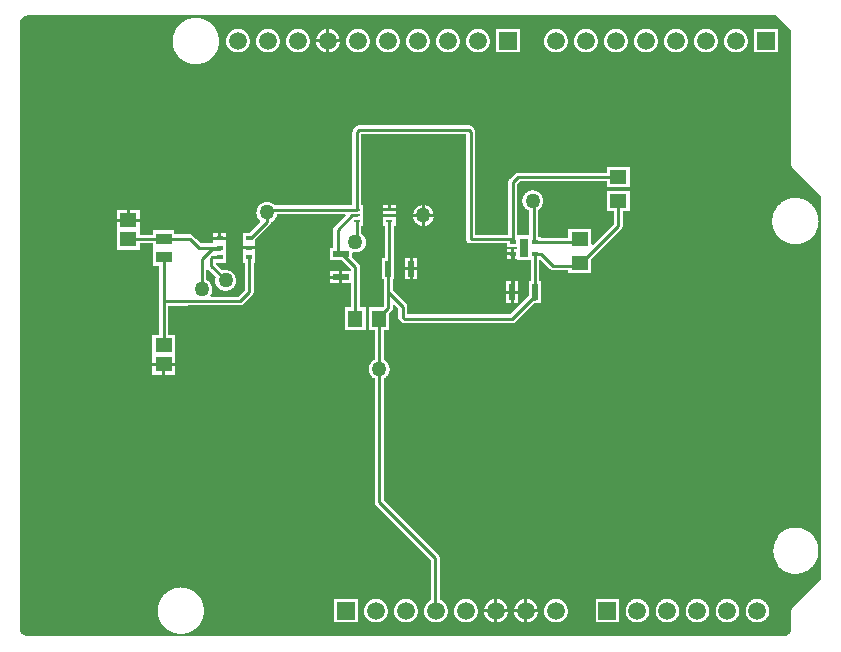
<source format=gtl>
G04*
G04 #@! TF.GenerationSoftware,Altium Limited,Altium Designer,20.2.6 (244)*
G04*
G04 Layer_Physical_Order=1*
G04 Layer_Color=255*
%FSLAX44Y44*%
%MOMM*%
G71*
G04*
G04 #@! TF.SameCoordinates,9515D0E1-E452-41A6-BF4E-AEEE6F90C87A*
G04*
G04*
G04 #@! TF.FilePolarity,Positive*
G04*
G01*
G75*
%ADD12C,0.2500*%
%ADD15R,0.5500X0.3500*%
%ADD17R,1.4500X1.2000*%
%ADD18R,0.5500X1.3500*%
%ADD19R,0.5500X0.2500*%
%ADD20R,1.3500X0.5500*%
%ADD21R,1.4500X1.3000*%
G04:AMPARAMS|DCode=22|XSize=0.4mm|YSize=0.55mm|CornerRadius=0mm|HoleSize=0mm|Usage=FLASHONLY|Rotation=270.000|XOffset=0mm|YOffset=0mm|HoleType=Round|Shape=RoundedRectangle|*
%AMROUNDEDRECTD22*
21,1,0.4000,0.5500,0,0,270.0*
21,1,0.4000,0.5500,0,0,270.0*
1,1,0.0000,-0.2750,-0.2000*
1,1,0.0000,-0.2750,0.2000*
1,1,0.0000,0.2750,0.2000*
1,1,0.0000,0.2750,-0.2000*
%
%ADD22ROUNDEDRECTD22*%
%ADD23R,1.2000X1.4500*%
%ADD24R,1.3500X0.9500*%
%ADD33R,0.7000X1.6000*%
%ADD38R,0.1000X0.1000*%
%ADD39C,1.5000*%
%ADD40R,1.5000X1.5000*%
%ADD41C,1.2700*%
G36*
X656448Y516312D02*
Y403506D01*
X656478Y403048D01*
X656567Y402598D01*
X656715Y402164D01*
X656917Y401752D01*
X657172Y401371D01*
X657475Y401026D01*
X681839Y376662D01*
Y52235D01*
X657475Y27871D01*
X657172Y27526D01*
X656917Y27145D01*
X656715Y26733D01*
X656567Y26299D01*
X656478Y25849D01*
X656448Y25391D01*
Y10235D01*
X656125Y8301D01*
X655586Y6819D01*
X654497Y5458D01*
X653136Y4369D01*
X651654Y3830D01*
X649720Y3507D01*
X10235D01*
X8301Y3830D01*
X6819Y4369D01*
X5458Y5458D01*
X4369Y6819D01*
X3830Y8301D01*
X3507Y10235D01*
Y522575D01*
X3837Y524720D01*
X4369Y526181D01*
X5386Y527453D01*
X6824Y528460D01*
X8437Y529193D01*
X10235Y529492D01*
X643268D01*
X656448Y516312D01*
D02*
G37*
%LPC*%
G36*
X152512Y527196D02*
X151954Y527193D01*
X151894Y527189D01*
X151833Y527190D01*
X151276Y527168D01*
X151216Y527161D01*
X151155Y527161D01*
X150599Y527119D01*
X150539Y527110D01*
X150478Y527108D01*
X149924Y527047D01*
X149865Y527036D01*
X149804Y527031D01*
X149253Y526951D01*
X149193Y526939D01*
X149133Y526932D01*
X148584Y526832D01*
X148525Y526818D01*
X148465Y526809D01*
X147921Y526690D01*
X147862Y526674D01*
X147802Y526663D01*
X147262Y526526D01*
X147204Y526507D01*
X147145Y526494D01*
X146610Y526338D01*
X146553Y526317D01*
X146494Y526302D01*
X145965Y526128D01*
X145908Y526106D01*
X145850Y526088D01*
X145327Y525896D01*
X145271Y525872D01*
X145213Y525852D01*
X144697Y525642D01*
X144643Y525615D01*
X144586Y525594D01*
X144078Y525366D01*
X144024Y525338D01*
X143967Y525315D01*
X143467Y525069D01*
X143414Y525039D01*
X143359Y525014D01*
X142868Y524751D01*
X142816Y524719D01*
X142762Y524692D01*
X142280Y524412D01*
X142229Y524379D01*
X142175Y524350D01*
X141703Y524053D01*
X141654Y524018D01*
X141602Y523987D01*
X141140Y523675D01*
X141092Y523638D01*
X141041Y523605D01*
X140590Y523277D01*
X140544Y523238D01*
X140493Y523204D01*
X140055Y522860D01*
X140009Y522820D01*
X139960Y522784D01*
X139534Y522425D01*
X139490Y522383D01*
X139442Y522346D01*
X139028Y521973D01*
X138986Y521929D01*
X138939Y521890D01*
X138538Y521503D01*
X138497Y521458D01*
X138452Y521417D01*
X138065Y521016D01*
X138026Y520970D01*
X137982Y520927D01*
X137609Y520513D01*
X137572Y520466D01*
X137530Y520422D01*
X137171Y519995D01*
X137135Y519946D01*
X137095Y519901D01*
X136751Y519462D01*
X136717Y519412D01*
X136678Y519365D01*
X136350Y518914D01*
X136318Y518863D01*
X136280Y518815D01*
X135968Y518354D01*
X135937Y518301D01*
X135902Y518252D01*
X135605Y517780D01*
X135577Y517726D01*
X135543Y517676D01*
X135263Y517194D01*
X135236Y517139D01*
X135204Y517088D01*
X134942Y516596D01*
X134916Y516541D01*
X134886Y516488D01*
X134641Y515988D01*
X134617Y515932D01*
X134589Y515878D01*
X134361Y515369D01*
X134340Y515312D01*
X134313Y515258D01*
X134103Y514742D01*
X134084Y514684D01*
X134059Y514628D01*
X133867Y514105D01*
X133850Y514047D01*
X133827Y513991D01*
X133653Y513461D01*
X133638Y513402D01*
X133617Y513345D01*
X133461Y512810D01*
X133448Y512751D01*
X133429Y512693D01*
X133292Y512153D01*
X133281Y512093D01*
X133265Y512035D01*
X133146Y511490D01*
X133138Y511430D01*
X133123Y511371D01*
X133024Y510822D01*
X133017Y510762D01*
X133004Y510703D01*
X132924Y510151D01*
X132919Y510091D01*
X132908Y510031D01*
X132847Y509477D01*
X132845Y509416D01*
X132836Y509356D01*
X132794Y508800D01*
X132794Y508739D01*
X132787Y508679D01*
X132765Y508122D01*
X132766Y508061D01*
X132762Y508001D01*
X132759Y507444D01*
X132762Y507383D01*
X132760Y507322D01*
X132776Y506765D01*
X132782Y506705D01*
X132782Y506644D01*
X132817Y506088D01*
X132825Y506027D01*
X132827Y505966D01*
X132882Y505412D01*
X132892Y505352D01*
X132896Y505291D01*
X132970Y504739D01*
X132982Y504679D01*
X132988Y504619D01*
X133081Y504069D01*
X133095Y504010D01*
X133103Y503950D01*
X133215Y503404D01*
X133231Y503346D01*
X133241Y503286D01*
X133372Y502744D01*
X133390Y502686D01*
X133402Y502626D01*
X133552Y502090D01*
X133572Y502032D01*
X133586Y501973D01*
X133754Y501442D01*
X133776Y501385D01*
X133793Y501326D01*
X133979Y500801D01*
X134003Y500745D01*
X134022Y500687D01*
X134226Y500169D01*
X134252Y500114D01*
X134272Y500057D01*
X134495Y499546D01*
X134522Y499492D01*
X134545Y499435D01*
X134785Y498932D01*
X134814Y498879D01*
X134839Y498823D01*
X135096Y498329D01*
X135127Y498277D01*
X135154Y498222D01*
X135428Y497737D01*
X135461Y497686D01*
X135489Y497632D01*
X135780Y497157D01*
X135815Y497107D01*
X135845Y497054D01*
X136152Y496589D01*
X136189Y496541D01*
X136220Y496489D01*
X136543Y496035D01*
X136582Y495988D01*
X136615Y495937D01*
X136954Y495494D01*
X136994Y495448D01*
X137029Y495399D01*
X137383Y494968D01*
X137424Y494924D01*
X137461Y494876D01*
X137830Y494458D01*
X137873Y494415D01*
X137912Y494368D01*
X138294Y493963D01*
X138338Y493921D01*
X138379Y493876D01*
X138775Y493484D01*
X138821Y493444D01*
X138863Y493400D01*
X139273Y493022D01*
X139320Y492984D01*
X139363Y492941D01*
X139786Y492578D01*
X139834Y492542D01*
X139879Y492501D01*
X140314Y492152D01*
X140364Y492117D01*
X140410Y492078D01*
X140857Y491744D01*
X140908Y491711D01*
X140955Y491673D01*
X141413Y491356D01*
X141465Y491325D01*
X141514Y491288D01*
X141983Y490987D01*
X142036Y490957D01*
X142086Y490923D01*
X142565Y490638D01*
X142619Y490610D01*
X142670Y490578D01*
X143159Y490309D01*
X143214Y490284D01*
X143266Y490252D01*
X143764Y490001D01*
X143820Y489977D01*
X143873Y489948D01*
X144379Y489715D01*
X144435Y489693D01*
X144490Y489665D01*
X145003Y489449D01*
X145061Y489429D01*
X145116Y489404D01*
X145637Y489206D01*
X145695Y489188D01*
X145751Y489165D01*
X146278Y488984D01*
X146337Y488969D01*
X146394Y488947D01*
X146927Y488785D01*
X146987Y488772D01*
X147044Y488752D01*
X147583Y488609D01*
X147642Y488597D01*
X147701Y488580D01*
X148244Y488455D01*
X148304Y488446D01*
X148363Y488430D01*
X148910Y488325D01*
X148970Y488317D01*
X149029Y488304D01*
X149580Y488217D01*
X149640Y488212D01*
X149700Y488200D01*
X150253Y488133D01*
X150314Y488130D01*
X150374Y488120D01*
X150929Y488072D01*
X150990Y488071D01*
X151051Y488064D01*
X151607Y488035D01*
X151668Y488036D01*
X151728Y488031D01*
X152285Y488021D01*
X152346Y488024D01*
X152407Y488021D01*
X152969Y488031D01*
X153029Y488036D01*
X153091Y488035D01*
X153652Y488064D01*
X153712Y488072D01*
X153774Y488073D01*
X154333Y488122D01*
X154393Y488131D01*
X154454Y488135D01*
X155012Y488203D01*
X155072Y488214D01*
X155133Y488220D01*
X155687Y488308D01*
X155747Y488321D01*
X155808Y488329D01*
X156359Y488436D01*
X156418Y488452D01*
X156479Y488462D01*
X157025Y488588D01*
X157084Y488606D01*
X157144Y488618D01*
X157687Y488763D01*
X157745Y488783D01*
X157804Y488797D01*
X158341Y488961D01*
X158398Y488983D01*
X158457Y488999D01*
X158988Y489181D01*
X159045Y489205D01*
X159103Y489223D01*
X159627Y489424D01*
X159683Y489450D01*
X159741Y489470D01*
X160257Y489690D01*
X160312Y489717D01*
X160369Y489739D01*
X160878Y489977D01*
X160932Y490006D01*
X160988Y490030D01*
X161488Y490285D01*
X161541Y490317D01*
X161596Y490343D01*
X162087Y490615D01*
X162139Y490648D01*
X162193Y490676D01*
X162674Y490965D01*
X162725Y491000D01*
X162778Y491030D01*
X163249Y491336D01*
X163298Y491372D01*
X163350Y491404D01*
X163810Y491726D01*
X163858Y491764D01*
X163909Y491798D01*
X164357Y492136D01*
X164404Y492176D01*
X164454Y492211D01*
X164890Y492564D01*
X164935Y492606D01*
X164984Y492643D01*
X165408Y493011D01*
X165451Y493054D01*
X165499Y493093D01*
X165909Y493476D01*
X165951Y493521D01*
X165997Y493561D01*
X166394Y493958D01*
X166434Y494004D01*
X166479Y494046D01*
X166862Y494457D01*
X166901Y494504D01*
X166944Y494548D01*
X167312Y494971D01*
X167349Y495020D01*
X167391Y495065D01*
X167744Y495501D01*
X167779Y495551D01*
X167819Y495598D01*
X168157Y496046D01*
X168191Y496097D01*
X168229Y496145D01*
X168551Y496605D01*
X168583Y496657D01*
X168619Y496706D01*
X168925Y497177D01*
X168955Y497230D01*
X168990Y497281D01*
X169279Y497762D01*
X169307Y497817D01*
X169340Y497868D01*
X169613Y498359D01*
X169639Y498414D01*
X169670Y498467D01*
X169925Y498967D01*
X169949Y499024D01*
X169979Y499077D01*
X170216Y499586D01*
X170238Y499643D01*
X170266Y499698D01*
X170485Y500214D01*
X170505Y500272D01*
X170531Y500328D01*
X170732Y500852D01*
X170750Y500910D01*
X170774Y500967D01*
X170956Y501498D01*
X170973Y501557D01*
X170994Y501614D01*
X171159Y502151D01*
X171173Y502211D01*
X171192Y502269D01*
X171338Y502811D01*
X171349Y502871D01*
X171367Y502930D01*
X171493Y503476D01*
X171503Y503537D01*
X171519Y503596D01*
X171626Y504147D01*
X171634Y504208D01*
X171647Y504268D01*
X171735Y504822D01*
X171741Y504883D01*
X171752Y504944D01*
X171820Y505501D01*
X171824Y505562D01*
X171833Y505622D01*
X171882Y506181D01*
X171884Y506243D01*
X171891Y506304D01*
X171920Y506864D01*
X171919Y506926D01*
X171924Y506987D01*
X171934Y507548D01*
X171931Y507609D01*
X171934Y507670D01*
X171924Y508227D01*
X171919Y508287D01*
X171920Y508348D01*
X171891Y508905D01*
X171884Y508965D01*
X171883Y509026D01*
X171835Y509581D01*
X171826Y509641D01*
X171822Y509702D01*
X171755Y510255D01*
X171743Y510315D01*
X171738Y510375D01*
X171651Y510926D01*
X171638Y510985D01*
X171630Y511046D01*
X171525Y511593D01*
X171509Y511652D01*
X171500Y511712D01*
X171375Y512255D01*
X171358Y512313D01*
X171346Y512373D01*
X171203Y512911D01*
X171184Y512969D01*
X171170Y513028D01*
X171008Y513561D01*
X170987Y513618D01*
X170971Y513677D01*
X170791Y514204D01*
X170767Y514260D01*
X170749Y514318D01*
X170551Y514839D01*
X170526Y514894D01*
X170506Y514952D01*
X170290Y515465D01*
X170263Y515520D01*
X170241Y515577D01*
X170007Y516082D01*
X169978Y516136D01*
X169954Y516192D01*
X169703Y516689D01*
X169672Y516741D01*
X169646Y516797D01*
X169377Y517285D01*
X169345Y517336D01*
X169317Y517390D01*
X169032Y517869D01*
X168998Y517919D01*
X168968Y517972D01*
X168667Y518441D01*
X168631Y518490D01*
X168599Y518542D01*
X168282Y519000D01*
X168244Y519048D01*
X168211Y519099D01*
X167878Y519545D01*
X167838Y519591D01*
X167803Y519641D01*
X167455Y520076D01*
X167414Y520121D01*
X167377Y520169D01*
X167014Y520592D01*
X166971Y520635D01*
X166933Y520682D01*
X166555Y521092D01*
X166511Y521134D01*
X166471Y521180D01*
X166079Y521576D01*
X166034Y521617D01*
X165993Y521661D01*
X165588Y522044D01*
X165541Y522082D01*
X165497Y522126D01*
X165079Y522494D01*
X165031Y522531D01*
X164987Y522573D01*
X164556Y522926D01*
X164507Y522961D01*
X164461Y523001D01*
X164018Y523340D01*
X163967Y523373D01*
X163920Y523412D01*
X163466Y523735D01*
X163414Y523767D01*
X163366Y523803D01*
X162901Y524110D01*
X162848Y524140D01*
X162798Y524175D01*
X162323Y524466D01*
X162269Y524494D01*
X162218Y524528D01*
X161733Y524801D01*
X161678Y524828D01*
X161626Y524859D01*
X161132Y525116D01*
X161076Y525141D01*
X161023Y525171D01*
X160520Y525410D01*
X160463Y525433D01*
X160409Y525461D01*
X159898Y525683D01*
X159841Y525703D01*
X159786Y525729D01*
X159268Y525933D01*
X159210Y525952D01*
X159154Y525976D01*
X158629Y526162D01*
X158570Y526179D01*
X158513Y526201D01*
X157982Y526369D01*
X157923Y526383D01*
X157866Y526403D01*
X157329Y526553D01*
X157269Y526565D01*
X157211Y526583D01*
X156670Y526714D01*
X156610Y526724D01*
X156551Y526740D01*
X156005Y526852D01*
X155945Y526861D01*
X155886Y526875D01*
X155336Y526967D01*
X155276Y526974D01*
X155216Y526986D01*
X154664Y527059D01*
X154603Y527063D01*
X154543Y527073D01*
X153989Y527128D01*
X153928Y527130D01*
X153868Y527138D01*
X153312Y527173D01*
X153251Y527173D01*
X153190Y527179D01*
X152633Y527195D01*
X152572Y527193D01*
X152512Y527196D01*
D02*
G37*
G36*
X265410Y517922D02*
Y509250D01*
X274082D01*
X274017Y509738D01*
X273828Y510591D01*
X273566Y511423D01*
X273232Y512230D01*
X272829Y513005D01*
X272359Y513741D01*
X271828Y514434D01*
X271238Y515078D01*
X270594Y515668D01*
X269901Y516199D01*
X269165Y516669D01*
X268390Y517072D01*
X267584Y517406D01*
X266751Y517668D01*
X265898Y517857D01*
X265410Y517922D01*
D02*
G37*
G36*
X262910D02*
X262422Y517857D01*
X261569Y517668D01*
X260737Y517406D01*
X259930Y517072D01*
X259155Y516669D01*
X258419Y516199D01*
X257726Y515668D01*
X257082Y515078D01*
X256492Y514434D01*
X255961Y513741D01*
X255492Y513005D01*
X255088Y512230D01*
X254754Y511423D01*
X254492Y510591D01*
X254303Y509738D01*
X254238Y509250D01*
X262910D01*
Y517922D01*
D02*
G37*
G36*
X274082Y506750D02*
X265410D01*
Y498078D01*
X265898Y498143D01*
X266751Y498332D01*
X267584Y498594D01*
X268390Y498928D01*
X269165Y499332D01*
X269901Y499801D01*
X270594Y500332D01*
X271238Y500922D01*
X271828Y501566D01*
X272359Y502259D01*
X272829Y502995D01*
X273232Y503770D01*
X273566Y504576D01*
X273828Y505409D01*
X274017Y506262D01*
X274082Y506750D01*
D02*
G37*
G36*
X262910D02*
X254238D01*
X254303Y506262D01*
X254492Y505409D01*
X254754Y504576D01*
X255088Y503770D01*
X255492Y502995D01*
X255961Y502259D01*
X256492Y501566D01*
X257082Y500922D01*
X257726Y500332D01*
X258419Y499801D01*
X259155Y499332D01*
X259930Y498928D01*
X260737Y498594D01*
X261569Y498332D01*
X262422Y498143D01*
X262910Y498078D01*
Y506750D01*
D02*
G37*
G36*
X645000Y518000D02*
X625000D01*
Y498000D01*
X645000D01*
Y518000D01*
D02*
G37*
G36*
X426560D02*
X406560D01*
Y498000D01*
X426560D01*
Y518000D01*
D02*
G37*
G36*
X609600Y518009D02*
X608728Y517971D01*
X607862Y517857D01*
X607009Y517668D01*
X606176Y517406D01*
X605370Y517072D01*
X604595Y516669D01*
X603859Y516199D01*
X603166Y515668D01*
X602522Y515078D01*
X601932Y514434D01*
X601401Y513741D01*
X600932Y513005D01*
X600528Y512230D01*
X600194Y511423D01*
X599932Y510591D01*
X599743Y509738D01*
X599629Y508872D01*
X599590Y508000D01*
X599629Y507128D01*
X599743Y506262D01*
X599932Y505409D01*
X600194Y504576D01*
X600528Y503770D01*
X600932Y502995D01*
X601401Y502259D01*
X601932Y501566D01*
X602522Y500922D01*
X603166Y500332D01*
X603859Y499801D01*
X604595Y499332D01*
X605370Y498928D01*
X606176Y498594D01*
X607009Y498332D01*
X607862Y498143D01*
X608728Y498029D01*
X609600Y497990D01*
X610472Y498029D01*
X611338Y498143D01*
X612191Y498332D01*
X613023Y498594D01*
X613830Y498928D01*
X614605Y499332D01*
X615341Y499801D01*
X616034Y500332D01*
X616678Y500922D01*
X617268Y501566D01*
X617799Y502259D01*
X618269Y502995D01*
X618672Y503770D01*
X619006Y504576D01*
X619268Y505409D01*
X619457Y506262D01*
X619571Y507128D01*
X619609Y508000D01*
X619571Y508872D01*
X619457Y509738D01*
X619268Y510591D01*
X619006Y511423D01*
X618672Y512230D01*
X618269Y513005D01*
X617799Y513741D01*
X617268Y514434D01*
X616678Y515078D01*
X616034Y515668D01*
X615341Y516199D01*
X614605Y516669D01*
X613830Y517072D01*
X613023Y517406D01*
X612191Y517668D01*
X611338Y517857D01*
X610472Y517971D01*
X609600Y518009D01*
D02*
G37*
G36*
X584200D02*
X583328Y517971D01*
X582462Y517857D01*
X581609Y517668D01*
X580776Y517406D01*
X579970Y517072D01*
X579195Y516669D01*
X578459Y516199D01*
X577766Y515668D01*
X577122Y515078D01*
X576532Y514434D01*
X576001Y513741D01*
X575532Y513005D01*
X575128Y512230D01*
X574794Y511423D01*
X574532Y510591D01*
X574343Y509738D01*
X574229Y508872D01*
X574190Y508000D01*
X574229Y507128D01*
X574343Y506262D01*
X574532Y505409D01*
X574794Y504576D01*
X575128Y503770D01*
X575532Y502995D01*
X576001Y502259D01*
X576532Y501566D01*
X577122Y500922D01*
X577766Y500332D01*
X578459Y499801D01*
X579195Y499332D01*
X579970Y498928D01*
X580776Y498594D01*
X581609Y498332D01*
X582462Y498143D01*
X583328Y498029D01*
X584200Y497990D01*
X585072Y498029D01*
X585938Y498143D01*
X586791Y498332D01*
X587623Y498594D01*
X588430Y498928D01*
X589205Y499332D01*
X589941Y499801D01*
X590634Y500332D01*
X591278Y500922D01*
X591868Y501566D01*
X592399Y502259D01*
X592868Y502995D01*
X593272Y503770D01*
X593606Y504576D01*
X593868Y505409D01*
X594057Y506262D01*
X594171Y507128D01*
X594210Y508000D01*
X594171Y508872D01*
X594057Y509738D01*
X593868Y510591D01*
X593606Y511423D01*
X593272Y512230D01*
X592868Y513005D01*
X592399Y513741D01*
X591868Y514434D01*
X591278Y515078D01*
X590634Y515668D01*
X589941Y516199D01*
X589205Y516669D01*
X588430Y517072D01*
X587623Y517406D01*
X586791Y517668D01*
X585938Y517857D01*
X585072Y517971D01*
X584200Y518009D01*
D02*
G37*
G36*
X558800D02*
X557928Y517971D01*
X557062Y517857D01*
X556209Y517668D01*
X555377Y517406D01*
X554570Y517072D01*
X553795Y516669D01*
X553059Y516199D01*
X552366Y515668D01*
X551722Y515078D01*
X551132Y514434D01*
X550601Y513741D01*
X550131Y513005D01*
X549728Y512230D01*
X549394Y511423D01*
X549132Y510591D01*
X548943Y509738D01*
X548829Y508872D01*
X548791Y508000D01*
X548829Y507128D01*
X548943Y506262D01*
X549132Y505409D01*
X549394Y504576D01*
X549728Y503770D01*
X550131Y502995D01*
X550601Y502259D01*
X551132Y501566D01*
X551722Y500922D01*
X552366Y500332D01*
X553059Y499801D01*
X553795Y499332D01*
X554570Y498928D01*
X555377Y498594D01*
X556209Y498332D01*
X557062Y498143D01*
X557928Y498029D01*
X558800Y497990D01*
X559672Y498029D01*
X560538Y498143D01*
X561391Y498332D01*
X562224Y498594D01*
X563030Y498928D01*
X563805Y499332D01*
X564541Y499801D01*
X565234Y500332D01*
X565878Y500922D01*
X566468Y501566D01*
X566999Y502259D01*
X567468Y502995D01*
X567872Y503770D01*
X568206Y504576D01*
X568468Y505409D01*
X568657Y506262D01*
X568771Y507128D01*
X568810Y508000D01*
X568771Y508872D01*
X568657Y509738D01*
X568468Y510591D01*
X568206Y511423D01*
X567872Y512230D01*
X567468Y513005D01*
X566999Y513741D01*
X566468Y514434D01*
X565878Y515078D01*
X565234Y515668D01*
X564541Y516199D01*
X563805Y516669D01*
X563030Y517072D01*
X562224Y517406D01*
X561391Y517668D01*
X560538Y517857D01*
X559672Y517971D01*
X558800Y518009D01*
D02*
G37*
G36*
X533400D02*
X532528Y517971D01*
X531662Y517857D01*
X530809Y517668D01*
X529977Y517406D01*
X529170Y517072D01*
X528395Y516669D01*
X527659Y516199D01*
X526966Y515668D01*
X526322Y515078D01*
X525732Y514434D01*
X525201Y513741D01*
X524731Y513005D01*
X524328Y512230D01*
X523994Y511423D01*
X523732Y510591D01*
X523543Y509738D01*
X523429Y508872D01*
X523391Y508000D01*
X523429Y507128D01*
X523543Y506262D01*
X523732Y505409D01*
X523994Y504576D01*
X524328Y503770D01*
X524731Y502995D01*
X525201Y502259D01*
X525732Y501566D01*
X526322Y500922D01*
X526966Y500332D01*
X527659Y499801D01*
X528395Y499332D01*
X529170Y498928D01*
X529977Y498594D01*
X530809Y498332D01*
X531662Y498143D01*
X532528Y498029D01*
X533400Y497990D01*
X534272Y498029D01*
X535138Y498143D01*
X535991Y498332D01*
X536824Y498594D01*
X537630Y498928D01*
X538405Y499332D01*
X539141Y499801D01*
X539834Y500332D01*
X540478Y500922D01*
X541068Y501566D01*
X541599Y502259D01*
X542068Y502995D01*
X542472Y503770D01*
X542806Y504576D01*
X543068Y505409D01*
X543257Y506262D01*
X543371Y507128D01*
X543410Y508000D01*
X543371Y508872D01*
X543257Y509738D01*
X543068Y510591D01*
X542806Y511423D01*
X542472Y512230D01*
X542068Y513005D01*
X541599Y513741D01*
X541068Y514434D01*
X540478Y515078D01*
X539834Y515668D01*
X539141Y516199D01*
X538405Y516669D01*
X537630Y517072D01*
X536824Y517406D01*
X535991Y517668D01*
X535138Y517857D01*
X534272Y517971D01*
X533400Y518009D01*
D02*
G37*
G36*
X508000D02*
X507128Y517971D01*
X506262Y517857D01*
X505409Y517668D01*
X504576Y517406D01*
X503770Y517072D01*
X502995Y516669D01*
X502259Y516199D01*
X501566Y515668D01*
X500922Y515078D01*
X500332Y514434D01*
X499801Y513741D01*
X499332Y513005D01*
X498928Y512230D01*
X498594Y511423D01*
X498332Y510591D01*
X498143Y509738D01*
X498029Y508872D01*
X497990Y508000D01*
X498029Y507128D01*
X498143Y506262D01*
X498332Y505409D01*
X498594Y504576D01*
X498928Y503770D01*
X499332Y502995D01*
X499801Y502259D01*
X500332Y501566D01*
X500922Y500922D01*
X501566Y500332D01*
X502259Y499801D01*
X502995Y499332D01*
X503770Y498928D01*
X504576Y498594D01*
X505409Y498332D01*
X506262Y498143D01*
X507128Y498029D01*
X508000Y497990D01*
X508872Y498029D01*
X509738Y498143D01*
X510591Y498332D01*
X511423Y498594D01*
X512230Y498928D01*
X513005Y499332D01*
X513741Y499801D01*
X514434Y500332D01*
X515078Y500922D01*
X515668Y501566D01*
X516199Y502259D01*
X516669Y502995D01*
X517072Y503770D01*
X517406Y504576D01*
X517668Y505409D01*
X517857Y506262D01*
X517971Y507128D01*
X518009Y508000D01*
X517971Y508872D01*
X517857Y509738D01*
X517668Y510591D01*
X517406Y511423D01*
X517072Y512230D01*
X516669Y513005D01*
X516199Y513741D01*
X515668Y514434D01*
X515078Y515078D01*
X514434Y515668D01*
X513741Y516199D01*
X513005Y516669D01*
X512230Y517072D01*
X511423Y517406D01*
X510591Y517668D01*
X509738Y517857D01*
X508872Y517971D01*
X508000Y518009D01*
D02*
G37*
G36*
X482600D02*
X481728Y517971D01*
X480862Y517857D01*
X480009Y517668D01*
X479176Y517406D01*
X478370Y517072D01*
X477595Y516669D01*
X476859Y516199D01*
X476166Y515668D01*
X475522Y515078D01*
X474932Y514434D01*
X474401Y513741D01*
X473932Y513005D01*
X473528Y512230D01*
X473194Y511423D01*
X472932Y510591D01*
X472743Y509738D01*
X472629Y508872D01*
X472590Y508000D01*
X472629Y507128D01*
X472743Y506262D01*
X472932Y505409D01*
X473194Y504576D01*
X473528Y503770D01*
X473932Y502995D01*
X474401Y502259D01*
X474932Y501566D01*
X475522Y500922D01*
X476166Y500332D01*
X476859Y499801D01*
X477595Y499332D01*
X478370Y498928D01*
X479176Y498594D01*
X480009Y498332D01*
X480862Y498143D01*
X481728Y498029D01*
X482600Y497990D01*
X483472Y498029D01*
X484338Y498143D01*
X485191Y498332D01*
X486023Y498594D01*
X486830Y498928D01*
X487605Y499332D01*
X488341Y499801D01*
X489034Y500332D01*
X489678Y500922D01*
X490268Y501566D01*
X490799Y502259D01*
X491269Y502995D01*
X491672Y503770D01*
X492006Y504576D01*
X492268Y505409D01*
X492457Y506262D01*
X492571Y507128D01*
X492609Y508000D01*
X492571Y508872D01*
X492457Y509738D01*
X492268Y510591D01*
X492006Y511423D01*
X491672Y512230D01*
X491269Y513005D01*
X490799Y513741D01*
X490268Y514434D01*
X489678Y515078D01*
X489034Y515668D01*
X488341Y516199D01*
X487605Y516669D01*
X486830Y517072D01*
X486023Y517406D01*
X485191Y517668D01*
X484338Y517857D01*
X483472Y517971D01*
X482600Y518009D01*
D02*
G37*
G36*
X457200D02*
X456328Y517971D01*
X455462Y517857D01*
X454609Y517668D01*
X453777Y517406D01*
X452970Y517072D01*
X452195Y516669D01*
X451459Y516199D01*
X450766Y515668D01*
X450122Y515078D01*
X449532Y514434D01*
X449001Y513741D01*
X448531Y513005D01*
X448128Y512230D01*
X447794Y511423D01*
X447532Y510591D01*
X447343Y509738D01*
X447229Y508872D01*
X447191Y508000D01*
X447229Y507128D01*
X447343Y506262D01*
X447532Y505409D01*
X447794Y504576D01*
X448128Y503770D01*
X448531Y502995D01*
X449001Y502259D01*
X449532Y501566D01*
X450122Y500922D01*
X450766Y500332D01*
X451459Y499801D01*
X452195Y499332D01*
X452970Y498928D01*
X453777Y498594D01*
X454609Y498332D01*
X455462Y498143D01*
X456328Y498029D01*
X457200Y497990D01*
X458072Y498029D01*
X458938Y498143D01*
X459791Y498332D01*
X460624Y498594D01*
X461430Y498928D01*
X462205Y499332D01*
X462941Y499801D01*
X463634Y500332D01*
X464278Y500922D01*
X464868Y501566D01*
X465399Y502259D01*
X465868Y502995D01*
X466272Y503770D01*
X466606Y504576D01*
X466868Y505409D01*
X467057Y506262D01*
X467171Y507128D01*
X467210Y508000D01*
X467171Y508872D01*
X467057Y509738D01*
X466868Y510591D01*
X466606Y511423D01*
X466272Y512230D01*
X465868Y513005D01*
X465399Y513741D01*
X464868Y514434D01*
X464278Y515078D01*
X463634Y515668D01*
X462941Y516199D01*
X462205Y516669D01*
X461430Y517072D01*
X460624Y517406D01*
X459791Y517668D01*
X458938Y517857D01*
X458072Y517971D01*
X457200Y518009D01*
D02*
G37*
G36*
X391160D02*
X390288Y517971D01*
X389422Y517857D01*
X388569Y517668D01*
X387737Y517406D01*
X386930Y517072D01*
X386155Y516669D01*
X385419Y516199D01*
X384726Y515668D01*
X384082Y515078D01*
X383492Y514434D01*
X382961Y513741D01*
X382491Y513005D01*
X382088Y512230D01*
X381754Y511423D01*
X381492Y510591D01*
X381303Y509738D01*
X381189Y508872D01*
X381151Y508000D01*
X381189Y507128D01*
X381303Y506262D01*
X381492Y505409D01*
X381754Y504576D01*
X382088Y503770D01*
X382491Y502995D01*
X382961Y502259D01*
X383492Y501566D01*
X384082Y500922D01*
X384726Y500332D01*
X385419Y499801D01*
X386155Y499332D01*
X386930Y498928D01*
X387737Y498594D01*
X388569Y498332D01*
X389422Y498143D01*
X390288Y498029D01*
X391160Y497990D01*
X392032Y498029D01*
X392898Y498143D01*
X393751Y498332D01*
X394584Y498594D01*
X395390Y498928D01*
X396165Y499332D01*
X396901Y499801D01*
X397594Y500332D01*
X398238Y500922D01*
X398828Y501566D01*
X399359Y502259D01*
X399828Y502995D01*
X400232Y503770D01*
X400566Y504576D01*
X400828Y505409D01*
X401017Y506262D01*
X401131Y507128D01*
X401170Y508000D01*
X401131Y508872D01*
X401017Y509738D01*
X400828Y510591D01*
X400566Y511423D01*
X400232Y512230D01*
X399828Y513005D01*
X399359Y513741D01*
X398828Y514434D01*
X398238Y515078D01*
X397594Y515668D01*
X396901Y516199D01*
X396165Y516669D01*
X395390Y517072D01*
X394584Y517406D01*
X393751Y517668D01*
X392898Y517857D01*
X392032Y517971D01*
X391160Y518009D01*
D02*
G37*
G36*
X365760D02*
X364888Y517971D01*
X364022Y517857D01*
X363169Y517668D01*
X362337Y517406D01*
X361530Y517072D01*
X360755Y516669D01*
X360019Y516199D01*
X359326Y515668D01*
X358682Y515078D01*
X358092Y514434D01*
X357561Y513741D01*
X357091Y513005D01*
X356688Y512230D01*
X356354Y511423D01*
X356092Y510591D01*
X355903Y509738D01*
X355789Y508872D01*
X355751Y508000D01*
X355789Y507128D01*
X355903Y506262D01*
X356092Y505409D01*
X356354Y504576D01*
X356688Y503770D01*
X357091Y502995D01*
X357561Y502259D01*
X358092Y501566D01*
X358682Y500922D01*
X359326Y500332D01*
X360019Y499801D01*
X360755Y499332D01*
X361530Y498928D01*
X362337Y498594D01*
X363169Y498332D01*
X364022Y498143D01*
X364888Y498029D01*
X365760Y497990D01*
X366632Y498029D01*
X367498Y498143D01*
X368351Y498332D01*
X369184Y498594D01*
X369990Y498928D01*
X370765Y499332D01*
X371501Y499801D01*
X372194Y500332D01*
X372838Y500922D01*
X373428Y501566D01*
X373959Y502259D01*
X374428Y502995D01*
X374832Y503770D01*
X375166Y504576D01*
X375428Y505409D01*
X375617Y506262D01*
X375731Y507128D01*
X375770Y508000D01*
X375731Y508872D01*
X375617Y509738D01*
X375428Y510591D01*
X375166Y511423D01*
X374832Y512230D01*
X374428Y513005D01*
X373959Y513741D01*
X373428Y514434D01*
X372838Y515078D01*
X372194Y515668D01*
X371501Y516199D01*
X370765Y516669D01*
X369990Y517072D01*
X369184Y517406D01*
X368351Y517668D01*
X367498Y517857D01*
X366632Y517971D01*
X365760Y518009D01*
D02*
G37*
G36*
X340360D02*
X339488Y517971D01*
X338622Y517857D01*
X337769Y517668D01*
X336936Y517406D01*
X336130Y517072D01*
X335355Y516669D01*
X334619Y516199D01*
X333926Y515668D01*
X333282Y515078D01*
X332692Y514434D01*
X332161Y513741D01*
X331692Y513005D01*
X331288Y512230D01*
X330954Y511423D01*
X330692Y510591D01*
X330503Y509738D01*
X330389Y508872D01*
X330350Y508000D01*
X330389Y507128D01*
X330503Y506262D01*
X330692Y505409D01*
X330954Y504576D01*
X331288Y503770D01*
X331692Y502995D01*
X332161Y502259D01*
X332692Y501566D01*
X333282Y500922D01*
X333926Y500332D01*
X334619Y499801D01*
X335355Y499332D01*
X336130Y498928D01*
X336936Y498594D01*
X337769Y498332D01*
X338622Y498143D01*
X339488Y498029D01*
X340360Y497990D01*
X341232Y498029D01*
X342098Y498143D01*
X342951Y498332D01*
X343783Y498594D01*
X344590Y498928D01*
X345365Y499332D01*
X346101Y499801D01*
X346794Y500332D01*
X347438Y500922D01*
X348028Y501566D01*
X348559Y502259D01*
X349029Y502995D01*
X349432Y503770D01*
X349766Y504576D01*
X350028Y505409D01*
X350217Y506262D01*
X350331Y507128D01*
X350369Y508000D01*
X350331Y508872D01*
X350217Y509738D01*
X350028Y510591D01*
X349766Y511423D01*
X349432Y512230D01*
X349029Y513005D01*
X348559Y513741D01*
X348028Y514434D01*
X347438Y515078D01*
X346794Y515668D01*
X346101Y516199D01*
X345365Y516669D01*
X344590Y517072D01*
X343783Y517406D01*
X342951Y517668D01*
X342098Y517857D01*
X341232Y517971D01*
X340360Y518009D01*
D02*
G37*
G36*
X314960D02*
X314088Y517971D01*
X313222Y517857D01*
X312369Y517668D01*
X311537Y517406D01*
X310730Y517072D01*
X309955Y516669D01*
X309219Y516199D01*
X308526Y515668D01*
X307882Y515078D01*
X307292Y514434D01*
X306761Y513741D01*
X306292Y513005D01*
X305888Y512230D01*
X305554Y511423D01*
X305292Y510591D01*
X305103Y509738D01*
X304989Y508872D01*
X304951Y508000D01*
X304989Y507128D01*
X305103Y506262D01*
X305292Y505409D01*
X305554Y504576D01*
X305888Y503770D01*
X306292Y502995D01*
X306761Y502259D01*
X307292Y501566D01*
X307882Y500922D01*
X308526Y500332D01*
X309219Y499801D01*
X309955Y499332D01*
X310730Y498928D01*
X311537Y498594D01*
X312369Y498332D01*
X313222Y498143D01*
X314088Y498029D01*
X314960Y497990D01*
X315832Y498029D01*
X316698Y498143D01*
X317551Y498332D01*
X318384Y498594D01*
X319190Y498928D01*
X319965Y499332D01*
X320701Y499801D01*
X321394Y500332D01*
X322038Y500922D01*
X322628Y501566D01*
X323159Y502259D01*
X323629Y502995D01*
X324032Y503770D01*
X324366Y504576D01*
X324628Y505409D01*
X324817Y506262D01*
X324931Y507128D01*
X324969Y508000D01*
X324931Y508872D01*
X324817Y509738D01*
X324628Y510591D01*
X324366Y511423D01*
X324032Y512230D01*
X323629Y513005D01*
X323159Y513741D01*
X322628Y514434D01*
X322038Y515078D01*
X321394Y515668D01*
X320701Y516199D01*
X319965Y516669D01*
X319190Y517072D01*
X318384Y517406D01*
X317551Y517668D01*
X316698Y517857D01*
X315832Y517971D01*
X314960Y518009D01*
D02*
G37*
G36*
X289560D02*
X288688Y517971D01*
X287822Y517857D01*
X286969Y517668D01*
X286136Y517406D01*
X285330Y517072D01*
X284555Y516669D01*
X283819Y516199D01*
X283126Y515668D01*
X282482Y515078D01*
X281892Y514434D01*
X281361Y513741D01*
X280891Y513005D01*
X280488Y512230D01*
X280154Y511423D01*
X279892Y510591D01*
X279703Y509738D01*
X279589Y508872D01*
X279550Y508000D01*
X279589Y507128D01*
X279703Y506262D01*
X279892Y505409D01*
X280154Y504576D01*
X280488Y503770D01*
X280891Y502995D01*
X281361Y502259D01*
X281892Y501566D01*
X282482Y500922D01*
X283126Y500332D01*
X283819Y499801D01*
X284555Y499332D01*
X285330Y498928D01*
X286136Y498594D01*
X286969Y498332D01*
X287822Y498143D01*
X288688Y498029D01*
X289560Y497990D01*
X290432Y498029D01*
X291298Y498143D01*
X292151Y498332D01*
X292983Y498594D01*
X293790Y498928D01*
X294565Y499332D01*
X295301Y499801D01*
X295994Y500332D01*
X296638Y500922D01*
X297228Y501566D01*
X297759Y502259D01*
X298228Y502995D01*
X298632Y503770D01*
X298966Y504576D01*
X299228Y505409D01*
X299417Y506262D01*
X299531Y507128D01*
X299569Y508000D01*
X299531Y508872D01*
X299417Y509738D01*
X299228Y510591D01*
X298966Y511423D01*
X298632Y512230D01*
X298228Y513005D01*
X297759Y513741D01*
X297228Y514434D01*
X296638Y515078D01*
X295994Y515668D01*
X295301Y516199D01*
X294565Y516669D01*
X293790Y517072D01*
X292983Y517406D01*
X292151Y517668D01*
X291298Y517857D01*
X290432Y517971D01*
X289560Y518009D01*
D02*
G37*
G36*
X238760D02*
X237888Y517971D01*
X237022Y517857D01*
X236169Y517668D01*
X235336Y517406D01*
X234530Y517072D01*
X233755Y516669D01*
X233019Y516199D01*
X232326Y515668D01*
X231682Y515078D01*
X231092Y514434D01*
X230561Y513741D01*
X230091Y513005D01*
X229688Y512230D01*
X229354Y511423D01*
X229092Y510591D01*
X228903Y509738D01*
X228789Y508872D01*
X228750Y508000D01*
X228789Y507128D01*
X228903Y506262D01*
X229092Y505409D01*
X229354Y504576D01*
X229688Y503770D01*
X230091Y502995D01*
X230561Y502259D01*
X231092Y501566D01*
X231682Y500922D01*
X232326Y500332D01*
X233019Y499801D01*
X233755Y499332D01*
X234530Y498928D01*
X235336Y498594D01*
X236169Y498332D01*
X237022Y498143D01*
X237888Y498029D01*
X238760Y497990D01*
X239632Y498029D01*
X240498Y498143D01*
X241351Y498332D01*
X242183Y498594D01*
X242990Y498928D01*
X243765Y499332D01*
X244501Y499801D01*
X245194Y500332D01*
X245838Y500922D01*
X246428Y501566D01*
X246959Y502259D01*
X247428Y502995D01*
X247832Y503770D01*
X248166Y504576D01*
X248428Y505409D01*
X248617Y506262D01*
X248731Y507128D01*
X248769Y508000D01*
X248731Y508872D01*
X248617Y509738D01*
X248428Y510591D01*
X248166Y511423D01*
X247832Y512230D01*
X247428Y513005D01*
X246959Y513741D01*
X246428Y514434D01*
X245838Y515078D01*
X245194Y515668D01*
X244501Y516199D01*
X243765Y516669D01*
X242990Y517072D01*
X242183Y517406D01*
X241351Y517668D01*
X240498Y517857D01*
X239632Y517971D01*
X238760Y518009D01*
D02*
G37*
G36*
X213360D02*
X212488Y517971D01*
X211622Y517857D01*
X210769Y517668D01*
X209937Y517406D01*
X209130Y517072D01*
X208355Y516669D01*
X207619Y516199D01*
X206926Y515668D01*
X206282Y515078D01*
X205692Y514434D01*
X205161Y513741D01*
X204692Y513005D01*
X204288Y512230D01*
X203954Y511423D01*
X203692Y510591D01*
X203503Y509738D01*
X203389Y508872D01*
X203351Y508000D01*
X203389Y507128D01*
X203503Y506262D01*
X203692Y505409D01*
X203954Y504576D01*
X204288Y503770D01*
X204692Y502995D01*
X205161Y502259D01*
X205692Y501566D01*
X206282Y500922D01*
X206926Y500332D01*
X207619Y499801D01*
X208355Y499332D01*
X209130Y498928D01*
X209937Y498594D01*
X210769Y498332D01*
X211622Y498143D01*
X212488Y498029D01*
X213360Y497990D01*
X214232Y498029D01*
X215098Y498143D01*
X215951Y498332D01*
X216784Y498594D01*
X217590Y498928D01*
X218365Y499332D01*
X219101Y499801D01*
X219794Y500332D01*
X220438Y500922D01*
X221028Y501566D01*
X221559Y502259D01*
X222029Y502995D01*
X222432Y503770D01*
X222766Y504576D01*
X223028Y505409D01*
X223217Y506262D01*
X223331Y507128D01*
X223370Y508000D01*
X223331Y508872D01*
X223217Y509738D01*
X223028Y510591D01*
X222766Y511423D01*
X222432Y512230D01*
X222029Y513005D01*
X221559Y513741D01*
X221028Y514434D01*
X220438Y515078D01*
X219794Y515668D01*
X219101Y516199D01*
X218365Y516669D01*
X217590Y517072D01*
X216784Y517406D01*
X215951Y517668D01*
X215098Y517857D01*
X214232Y517971D01*
X213360Y518009D01*
D02*
G37*
G36*
X187960D02*
X187088Y517971D01*
X186222Y517857D01*
X185369Y517668D01*
X184536Y517406D01*
X183730Y517072D01*
X182955Y516669D01*
X182219Y516199D01*
X181526Y515668D01*
X180882Y515078D01*
X180292Y514434D01*
X179761Y513741D01*
X179291Y513005D01*
X178888Y512230D01*
X178554Y511423D01*
X178292Y510591D01*
X178103Y509738D01*
X177989Y508872D01*
X177950Y508000D01*
X177989Y507128D01*
X178103Y506262D01*
X178292Y505409D01*
X178554Y504576D01*
X178888Y503770D01*
X179291Y502995D01*
X179761Y502259D01*
X180292Y501566D01*
X180882Y500922D01*
X181526Y500332D01*
X182219Y499801D01*
X182955Y499332D01*
X183730Y498928D01*
X184536Y498594D01*
X185369Y498332D01*
X186222Y498143D01*
X187088Y498029D01*
X187960Y497990D01*
X188832Y498029D01*
X189698Y498143D01*
X190551Y498332D01*
X191383Y498594D01*
X192190Y498928D01*
X192965Y499332D01*
X193701Y499801D01*
X194394Y500332D01*
X195038Y500922D01*
X195628Y501566D01*
X196159Y502259D01*
X196628Y502995D01*
X197032Y503770D01*
X197366Y504576D01*
X197628Y505409D01*
X197817Y506262D01*
X197931Y507128D01*
X197969Y508000D01*
X197931Y508872D01*
X197817Y509738D01*
X197628Y510591D01*
X197366Y511423D01*
X197032Y512230D01*
X196628Y513005D01*
X196159Y513741D01*
X195628Y514434D01*
X195038Y515078D01*
X194394Y515668D01*
X193701Y516199D01*
X192965Y516669D01*
X192190Y517072D01*
X191383Y517406D01*
X190551Y517668D01*
X189698Y517857D01*
X188832Y517971D01*
X187960Y518009D01*
D02*
G37*
G36*
X383535Y436258D02*
X290215D01*
X289724Y436226D01*
X289242Y436130D01*
X288776Y435972D01*
X288335Y435755D01*
X287927Y435481D01*
X287557Y435157D01*
X286093Y433693D01*
X285769Y433323D01*
X285495Y432915D01*
X285278Y432474D01*
X285120Y432008D01*
X285024Y431526D01*
X284992Y431035D01*
Y368758D01*
X218769D01*
X218764Y368764D01*
X218194Y369286D01*
X217581Y369756D01*
X216929Y370172D01*
X216244Y370528D01*
X215530Y370824D01*
X214793Y371057D01*
X214038Y371224D01*
X213272Y371325D01*
X212500Y371358D01*
X211728Y371325D01*
X210962Y371224D01*
X210207Y371057D01*
X209470Y370824D01*
X208756Y370528D01*
X208071Y370172D01*
X207419Y369756D01*
X206806Y369286D01*
X206236Y368764D01*
X205714Y368194D01*
X205244Y367581D01*
X204828Y366929D01*
X204471Y366244D01*
X204176Y365530D01*
X203943Y364793D01*
X203776Y364038D01*
X203675Y363272D01*
X203642Y362500D01*
X203675Y361728D01*
X203776Y360962D01*
X203943Y360207D01*
X204176Y359470D01*
X204471Y358756D01*
X204828Y358071D01*
X205244Y357419D01*
X205714Y356806D01*
X206236Y356236D01*
X206570Y355930D01*
X206750Y355123D01*
X206666Y354231D01*
X197435Y345000D01*
X192250D01*
Y336000D01*
Y333750D01*
X197500D01*
X202750D01*
Y339685D01*
X215157Y352093D01*
X215481Y352462D01*
X215755Y352871D01*
X215972Y353312D01*
X216130Y353777D01*
X216226Y354259D01*
X216240Y354470D01*
X216244Y354472D01*
X216929Y354828D01*
X217581Y355244D01*
X218194Y355714D01*
X218764Y356236D01*
X219286Y356806D01*
X219756Y357419D01*
X220172Y358071D01*
X220529Y358756D01*
X220824Y359470D01*
X221057Y360207D01*
X221224Y360962D01*
X221261Y361242D01*
X278715D01*
X279201Y360069D01*
X269843Y350711D01*
X269519Y350341D01*
X269245Y349932D01*
X269028Y349492D01*
X268870Y349026D01*
X268774Y348544D01*
X268742Y348053D01*
Y332500D01*
X265750D01*
Y322000D01*
X276435D01*
X283742Y314693D01*
Y313000D01*
X276250D01*
Y307750D01*
Y302500D01*
X283742D01*
Y282250D01*
X279000D01*
Y262750D01*
X296000D01*
Y282250D01*
X291258D01*
Y316250D01*
X291226Y316740D01*
X291130Y317223D01*
X290972Y317688D01*
X290755Y318129D01*
X290481Y318538D01*
X290157Y318907D01*
X284250Y324815D01*
Y327914D01*
X284755Y328457D01*
X285520Y328874D01*
X285962Y328776D01*
X286728Y328675D01*
X287500Y328642D01*
X288272Y328675D01*
X289038Y328776D01*
X289793Y328943D01*
X290530Y329176D01*
X291244Y329472D01*
X291929Y329828D01*
X292581Y330244D01*
X293194Y330714D01*
X293764Y331236D01*
X294286Y331806D01*
X294756Y332419D01*
X295172Y333071D01*
X295529Y333756D01*
X295824Y334470D01*
X296057Y335207D01*
X296224Y335962D01*
X296325Y336728D01*
X296358Y337500D01*
X296325Y338272D01*
X296224Y339038D01*
X296057Y339793D01*
X295824Y340530D01*
X295529Y341244D01*
X295172Y341929D01*
X294756Y342581D01*
X294286Y343194D01*
X293764Y343764D01*
X293194Y344286D01*
X292581Y344756D01*
X292508Y344803D01*
Y351250D01*
X294000D01*
Y356250D01*
Y368750D01*
X292508D01*
Y428742D01*
X381242D01*
Y340000D01*
X381274Y339510D01*
X381370Y339027D01*
X381528Y338562D01*
X381745Y338121D01*
X382019Y337712D01*
X382343Y337343D01*
X382712Y337019D01*
X383121Y336745D01*
X383562Y336528D01*
X384027Y336370D01*
X384510Y336274D01*
X385000Y336242D01*
X415500D01*
Y333250D01*
X424000D01*
Y331750D01*
X422000D01*
Y327500D01*
Y323250D01*
X424000D01*
Y322000D01*
X435742D01*
Y304250D01*
X434500D01*
Y292295D01*
X434343Y292157D01*
X418443Y276258D01*
X331258D01*
Y282750D01*
X331226Y283241D01*
X331130Y283723D01*
X330972Y284188D01*
X330755Y284629D01*
X330481Y285038D01*
X330157Y285407D01*
X319008Y296557D01*
Y305750D01*
X320500D01*
Y324250D01*
X320008D01*
Y351250D01*
X321500D01*
Y356250D01*
Y358751D01*
X316373D01*
X316250Y358759D01*
X316127Y358751D01*
X311000D01*
Y351250D01*
X312492D01*
Y324250D01*
X310000D01*
Y305750D01*
X311492D01*
Y295000D01*
Y283057D01*
X310685Y282250D01*
X299000D01*
Y262750D01*
X303742D01*
Y238021D01*
X303071Y237672D01*
X302419Y237256D01*
X301806Y236786D01*
X301236Y236264D01*
X300714Y235694D01*
X300244Y235081D01*
X299828Y234429D01*
X299471Y233744D01*
X299176Y233030D01*
X298943Y232293D01*
X298776Y231538D01*
X298675Y230772D01*
X298642Y230000D01*
X298675Y229228D01*
X298776Y228462D01*
X298943Y227707D01*
X299176Y226970D01*
X299471Y226256D01*
X299828Y225571D01*
X300244Y224919D01*
X300714Y224306D01*
X301236Y223736D01*
X301806Y223214D01*
X302419Y222744D01*
X303071Y222328D01*
X303742Y221979D01*
Y117500D01*
X303774Y117009D01*
X303870Y116527D01*
X304028Y116062D01*
X304245Y115621D01*
X304519Y115212D01*
X304843Y114843D01*
X351242Y68443D01*
Y34405D01*
X350595Y34069D01*
X349859Y33599D01*
X349166Y33068D01*
X348522Y32478D01*
X347932Y31834D01*
X347401Y31141D01*
X346931Y30405D01*
X346528Y29630D01*
X346194Y28823D01*
X345932Y27991D01*
X345743Y27138D01*
X345629Y26272D01*
X345591Y25400D01*
X345629Y24528D01*
X345743Y23662D01*
X345932Y22809D01*
X346194Y21976D01*
X346528Y21170D01*
X346931Y20395D01*
X347401Y19659D01*
X347932Y18966D01*
X348522Y18322D01*
X349166Y17732D01*
X349859Y17201D01*
X350595Y16731D01*
X351370Y16328D01*
X352177Y15994D01*
X353009Y15732D01*
X353862Y15543D01*
X354728Y15429D01*
X355600Y15390D01*
X356472Y15429D01*
X357338Y15543D01*
X358191Y15732D01*
X359024Y15994D01*
X359830Y16328D01*
X360605Y16731D01*
X361341Y17201D01*
X362034Y17732D01*
X362678Y18322D01*
X363268Y18966D01*
X363799Y19659D01*
X364268Y20395D01*
X364672Y21170D01*
X365006Y21976D01*
X365268Y22809D01*
X365457Y23662D01*
X365571Y24528D01*
X365610Y25400D01*
X365571Y26272D01*
X365457Y27138D01*
X365268Y27991D01*
X365006Y28823D01*
X364672Y29630D01*
X364268Y30405D01*
X363799Y31141D01*
X363268Y31834D01*
X362678Y32478D01*
X362034Y33068D01*
X361341Y33599D01*
X360605Y34069D01*
X359830Y34472D01*
X359024Y34806D01*
X358758Y34890D01*
Y70000D01*
X358726Y70490D01*
X358630Y70973D01*
X358472Y71438D01*
X358255Y71879D01*
X357981Y72288D01*
X357657Y72657D01*
X311258Y119057D01*
Y221979D01*
X311929Y222328D01*
X312581Y222744D01*
X313194Y223214D01*
X313764Y223736D01*
X314286Y224306D01*
X314756Y224919D01*
X315172Y225571D01*
X315529Y226256D01*
X315824Y226970D01*
X316057Y227707D01*
X316224Y228462D01*
X316325Y229228D01*
X316358Y230000D01*
X316325Y230772D01*
X316224Y231538D01*
X316057Y232293D01*
X315824Y233030D01*
X315529Y233744D01*
X315172Y234429D01*
X314756Y235081D01*
X314286Y235694D01*
X313764Y236264D01*
X313194Y236786D01*
X312581Y237256D01*
X311929Y237672D01*
X311258Y238021D01*
Y262750D01*
X316000D01*
Y276935D01*
X317907Y278843D01*
X318231Y279212D01*
X318505Y279621D01*
X318722Y280062D01*
X318880Y280527D01*
X318976Y281009D01*
X319008Y281500D01*
Y284268D01*
X320181Y284754D01*
X323742Y281193D01*
Y273965D01*
X323774Y273474D01*
X323870Y272992D01*
X324028Y272526D01*
X324245Y272085D01*
X324519Y271677D01*
X324843Y271307D01*
X326307Y269843D01*
X326677Y269519D01*
X327085Y269245D01*
X327526Y269028D01*
X327992Y268870D01*
X328474Y268774D01*
X328965Y268742D01*
X420000D01*
X420490Y268774D01*
X420973Y268870D01*
X421438Y269028D01*
X421879Y269245D01*
X422288Y269519D01*
X422657Y269843D01*
X438565Y285750D01*
X445000D01*
Y304250D01*
X443258D01*
Y322131D01*
X444528Y322657D01*
X452343Y314843D01*
X452712Y314519D01*
X453121Y314245D01*
X453562Y314028D01*
X454027Y313870D01*
X454510Y313774D01*
X455000Y313742D01*
X467750D01*
Y311500D01*
X487250D01*
Y323185D01*
X512657Y348593D01*
X512981Y348962D01*
X513255Y349371D01*
X513472Y349812D01*
X513630Y350277D01*
X513726Y350760D01*
X513758Y351250D01*
Y364000D01*
X519750D01*
Y381000D01*
X500250D01*
Y364000D01*
X506242D01*
Y352807D01*
X488423Y334988D01*
X487250Y335474D01*
Y348500D01*
X467750D01*
Y341258D01*
X444500D01*
Y341750D01*
X442133D01*
Y364958D01*
X442581Y365244D01*
X443194Y365714D01*
X443764Y366236D01*
X444286Y366806D01*
X444756Y367419D01*
X445172Y368071D01*
X445528Y368756D01*
X445824Y369470D01*
X446057Y370207D01*
X446224Y370962D01*
X446325Y371728D01*
X446358Y372500D01*
X446325Y373272D01*
X446224Y374038D01*
X446057Y374793D01*
X445824Y375530D01*
X445528Y376244D01*
X445172Y376929D01*
X444756Y377581D01*
X444286Y378194D01*
X443764Y378764D01*
X443194Y379286D01*
X442581Y379756D01*
X441929Y380172D01*
X441244Y380528D01*
X440530Y380824D01*
X439793Y381057D01*
X439038Y381224D01*
X438272Y381325D01*
X437500Y381358D01*
X436728Y381325D01*
X435962Y381224D01*
X435207Y381057D01*
X434470Y380824D01*
X433756Y380528D01*
X433071Y380172D01*
X432419Y379756D01*
X431806Y379286D01*
X431236Y378764D01*
X430714Y378194D01*
X430244Y377581D01*
X429828Y376929D01*
X429472Y376244D01*
X429176Y375530D01*
X428943Y374793D01*
X428776Y374038D01*
X428675Y373272D01*
X428642Y372500D01*
X428675Y371728D01*
X428776Y370962D01*
X428943Y370207D01*
X429176Y369470D01*
X429472Y368756D01*
X429828Y368071D01*
X430244Y367419D01*
X430714Y366806D01*
X431236Y366236D01*
X431806Y365714D01*
X432419Y365244D01*
X433071Y364828D01*
X433756Y364472D01*
X434470Y364176D01*
X434617Y364129D01*
Y343000D01*
X424508D01*
Y386693D01*
X426557Y388742D01*
X500250D01*
Y384000D01*
X519750D01*
Y401000D01*
X500250D01*
Y396258D01*
X425000D01*
X424510Y396226D01*
X424027Y396130D01*
X423562Y395972D01*
X423121Y395755D01*
X422712Y395481D01*
X422343Y395157D01*
X418093Y390907D01*
X417769Y390538D01*
X417495Y390129D01*
X417278Y389688D01*
X417120Y389223D01*
X417024Y388741D01*
X416992Y388250D01*
Y343758D01*
X388758D01*
Y431035D01*
X388726Y431526D01*
X388630Y432008D01*
X388472Y432474D01*
X388255Y432915D01*
X387981Y433323D01*
X387657Y433693D01*
X386193Y435157D01*
X385823Y435481D01*
X385415Y435755D01*
X384974Y435972D01*
X384508Y436130D01*
X384026Y436226D01*
X383535Y436258D01*
D02*
G37*
G36*
X660120Y374850D02*
X659563Y374847D01*
X659503Y374843D01*
X659442Y374844D01*
X658885Y374822D01*
X658825Y374815D01*
X658764Y374815D01*
X658208Y374773D01*
X658148Y374764D01*
X658087Y374762D01*
X657533Y374701D01*
X657473Y374690D01*
X657413Y374685D01*
X656862Y374605D01*
X656802Y374592D01*
X656741Y374585D01*
X656193Y374486D01*
X656134Y374472D01*
X656074Y374463D01*
X655530Y374344D01*
X655471Y374328D01*
X655411Y374316D01*
X654871Y374180D01*
X654813Y374161D01*
X654754Y374148D01*
X654219Y373992D01*
X654162Y373971D01*
X654103Y373956D01*
X653574Y373782D01*
X653517Y373759D01*
X653459Y373742D01*
X652936Y373550D01*
X652880Y373525D01*
X652822Y373506D01*
X652307Y373296D01*
X652252Y373269D01*
X652195Y373248D01*
X651686Y373020D01*
X651632Y372991D01*
X651576Y372968D01*
X651076Y372723D01*
X651023Y372693D01*
X650968Y372668D01*
X650477Y372405D01*
X650425Y372373D01*
X650370Y372346D01*
X649888Y372066D01*
X649838Y372032D01*
X649784Y372004D01*
X649313Y371707D01*
X649263Y371672D01*
X649210Y371641D01*
X648749Y371329D01*
X648701Y371291D01*
X648650Y371259D01*
X648199Y370931D01*
X648153Y370892D01*
X648102Y370858D01*
X647663Y370514D01*
X647618Y370474D01*
X647569Y370438D01*
X647142Y370079D01*
X647099Y370037D01*
X647051Y370000D01*
X646637Y369627D01*
X646594Y369583D01*
X646548Y369544D01*
X646147Y369156D01*
X646106Y369112D01*
X646061Y369071D01*
X645674Y368670D01*
X645635Y368623D01*
X645591Y368581D01*
X645218Y368167D01*
X645181Y368119D01*
X645139Y368075D01*
X644780Y367649D01*
X644744Y367600D01*
X644704Y367555D01*
X644360Y367116D01*
X644326Y367066D01*
X644287Y367019D01*
X643959Y366568D01*
X643926Y366517D01*
X643889Y366469D01*
X643577Y366007D01*
X643546Y365955D01*
X643511Y365905D01*
X643214Y365434D01*
X643186Y365380D01*
X643152Y365330D01*
X642872Y364848D01*
X642845Y364793D01*
X642813Y364741D01*
X642551Y364250D01*
X642525Y364195D01*
X642495Y364142D01*
X642250Y363642D01*
X642226Y363585D01*
X642198Y363532D01*
X641970Y363023D01*
X641949Y362966D01*
X641922Y362911D01*
X641712Y362395D01*
X641693Y362338D01*
X641668Y362282D01*
X641476Y361759D01*
X641459Y361701D01*
X641436Y361644D01*
X641262Y361115D01*
X641246Y361056D01*
X641226Y360999D01*
X641070Y360464D01*
X641057Y360405D01*
X641038Y360347D01*
X640901Y359807D01*
X640890Y359747D01*
X640874Y359688D01*
X640755Y359144D01*
X640746Y359084D01*
X640732Y359025D01*
X640632Y358476D01*
X640626Y358416D01*
X640613Y358356D01*
X640533Y357805D01*
X640528Y357744D01*
X640517Y357685D01*
X640456Y357131D01*
X640454Y357070D01*
X640445Y357010D01*
X640403Y356454D01*
X640403Y356393D01*
X640396Y356333D01*
X640374Y355776D01*
X640375Y355715D01*
X640371Y355654D01*
X640368Y355097D01*
X640371Y355036D01*
X640369Y354976D01*
X640385Y354419D01*
X640391Y354358D01*
X640391Y354298D01*
X640426Y353741D01*
X640434Y353681D01*
X640436Y353620D01*
X640491Y353066D01*
X640501Y353006D01*
X640505Y352945D01*
X640578Y352393D01*
X640591Y352333D01*
X640597Y352273D01*
X640689Y351723D01*
X640704Y351664D01*
X640712Y351604D01*
X640824Y351058D01*
X640840Y350999D01*
X640850Y350939D01*
X640981Y350398D01*
X640999Y350340D01*
X641011Y350280D01*
X641161Y349743D01*
X641181Y349686D01*
X641195Y349627D01*
X641363Y349095D01*
X641385Y349039D01*
X641402Y348980D01*
X641588Y348455D01*
X641612Y348399D01*
X641631Y348341D01*
X641835Y347823D01*
X641861Y347768D01*
X641881Y347711D01*
X642104Y347200D01*
X642131Y347146D01*
X642154Y347089D01*
X642394Y346586D01*
X642423Y346533D01*
X642448Y346477D01*
X642705Y345983D01*
X642736Y345931D01*
X642763Y345876D01*
X643036Y345391D01*
X643070Y345340D01*
X643098Y345286D01*
X643389Y344811D01*
X643424Y344761D01*
X643454Y344708D01*
X643761Y344243D01*
X643798Y344194D01*
X643829Y344143D01*
X644152Y343689D01*
X644191Y343641D01*
X644224Y343591D01*
X644563Y343148D01*
X644603Y343102D01*
X644638Y343053D01*
X644992Y342622D01*
X645033Y342578D01*
X645070Y342530D01*
X645439Y342111D01*
X645482Y342068D01*
X645520Y342021D01*
X645903Y341616D01*
X645947Y341575D01*
X645988Y341529D01*
X646384Y341138D01*
X646430Y341098D01*
X646472Y341054D01*
X646881Y340676D01*
X646929Y340638D01*
X646972Y340595D01*
X647395Y340232D01*
X647443Y340195D01*
X647488Y340154D01*
X647923Y339806D01*
X647973Y339771D01*
X648019Y339731D01*
X648466Y339398D01*
X648516Y339365D01*
X648564Y339327D01*
X649022Y339010D01*
X649074Y338978D01*
X649123Y338942D01*
X649592Y338641D01*
X649645Y338611D01*
X649695Y338577D01*
X650174Y338292D01*
X650228Y338264D01*
X650279Y338231D01*
X650768Y337963D01*
X650823Y337937D01*
X650875Y337906D01*
X651372Y337655D01*
X651428Y337631D01*
X651482Y337602D01*
X651988Y337368D01*
X652045Y337346D01*
X652099Y337319D01*
X652612Y337103D01*
X652670Y337083D01*
X652725Y337058D01*
X653246Y336860D01*
X653304Y336842D01*
X653360Y336818D01*
X653887Y336638D01*
X653946Y336622D01*
X654003Y336601D01*
X654536Y336439D01*
X654595Y336425D01*
X654653Y336406D01*
X655191Y336263D01*
X655251Y336251D01*
X655310Y336234D01*
X655853Y336109D01*
X655913Y336100D01*
X655972Y336084D01*
X656519Y335979D01*
X656579Y335971D01*
X656638Y335958D01*
X657189Y335871D01*
X657249Y335866D01*
X657309Y335854D01*
X657862Y335787D01*
X657923Y335784D01*
X657983Y335774D01*
X658538Y335726D01*
X658599Y335725D01*
X658659Y335718D01*
X659216Y335689D01*
X659277Y335690D01*
X659337Y335685D01*
X659894Y335675D01*
X659955Y335678D01*
X660016Y335675D01*
X660578Y335685D01*
X660639Y335690D01*
X660700Y335689D01*
X661260Y335718D01*
X661321Y335726D01*
X661383Y335727D01*
X661942Y335776D01*
X662002Y335785D01*
X662064Y335788D01*
X662621Y335857D01*
X662681Y335868D01*
X662742Y335874D01*
X663296Y335962D01*
X663356Y335975D01*
X663417Y335983D01*
X663968Y336090D01*
X664027Y336106D01*
X664088Y336116D01*
X664634Y336242D01*
X664693Y336260D01*
X664753Y336272D01*
X665295Y336417D01*
X665353Y336437D01*
X665413Y336451D01*
X665950Y336615D01*
X666007Y336636D01*
X666066Y336652D01*
X666597Y336835D01*
X666654Y336859D01*
X666712Y336877D01*
X667236Y337078D01*
X667292Y337104D01*
X667350Y337124D01*
X667866Y337343D01*
X667921Y337371D01*
X667978Y337393D01*
X668487Y337631D01*
X668541Y337660D01*
X668597Y337684D01*
X669097Y337939D01*
X669150Y337970D01*
X669205Y337996D01*
X669696Y338269D01*
X669748Y338302D01*
X669802Y338330D01*
X670283Y338619D01*
X670334Y338654D01*
X670387Y338684D01*
X670858Y338989D01*
X670907Y339026D01*
X670959Y339058D01*
X671419Y339380D01*
X671467Y339418D01*
X671518Y339452D01*
X671966Y339790D01*
X672013Y339830D01*
X672063Y339865D01*
X672499Y340218D01*
X672544Y340260D01*
X672593Y340297D01*
X673017Y340665D01*
X673060Y340708D01*
X673108Y340747D01*
X673518Y341130D01*
X673560Y341175D01*
X673606Y341215D01*
X674003Y341612D01*
X674044Y341658D01*
X674088Y341700D01*
X674471Y342110D01*
X674510Y342158D01*
X674553Y342201D01*
X674921Y342625D01*
X674958Y342674D01*
X675000Y342719D01*
X675353Y343155D01*
X675388Y343205D01*
X675428Y343251D01*
X675766Y343700D01*
X675800Y343751D01*
X675838Y343799D01*
X676160Y344258D01*
X676192Y344311D01*
X676229Y344360D01*
X676534Y344831D01*
X676564Y344884D01*
X676599Y344935D01*
X676888Y345416D01*
X676916Y345470D01*
X676949Y345522D01*
X677222Y346013D01*
X677248Y346068D01*
X677279Y346121D01*
X677534Y346621D01*
X677558Y346677D01*
X677588Y346731D01*
X677825Y347240D01*
X677847Y347297D01*
X677875Y347352D01*
X678094Y347868D01*
X678114Y347926D01*
X678140Y347982D01*
X678341Y348506D01*
X678359Y348564D01*
X678383Y348621D01*
X678566Y349151D01*
X678582Y349211D01*
X678603Y349268D01*
X678767Y349805D01*
X678781Y349864D01*
X678801Y349923D01*
X678947Y350465D01*
X678958Y350525D01*
X678976Y350583D01*
X679102Y351130D01*
X679112Y351191D01*
X679128Y351250D01*
X679235Y351801D01*
X679243Y351862D01*
X679256Y351922D01*
X679344Y352476D01*
X679350Y352537D01*
X679361Y352597D01*
X679429Y353154D01*
X679433Y353215D01*
X679442Y353276D01*
X679491Y353835D01*
X679492Y353897D01*
X679500Y353957D01*
X679529Y354518D01*
X679528Y354579D01*
X679533Y354641D01*
X679543Y355202D01*
X679540Y355263D01*
X679543Y355324D01*
X679533Y355881D01*
X679528Y355941D01*
X679529Y356002D01*
X679500Y356558D01*
X679493Y356619D01*
X679492Y356680D01*
X679444Y357235D01*
X679435Y357295D01*
X679431Y357356D01*
X679364Y357909D01*
X679352Y357969D01*
X679347Y358029D01*
X679260Y358579D01*
X679247Y358639D01*
X679239Y358699D01*
X679134Y359246D01*
X679118Y359305D01*
X679109Y359365D01*
X678984Y359908D01*
X678967Y359967D01*
X678955Y360027D01*
X678812Y360565D01*
X678793Y360622D01*
X678779Y360682D01*
X678617Y361215D01*
X678596Y361272D01*
X678580Y361331D01*
X678400Y361858D01*
X678376Y361914D01*
X678358Y361972D01*
X678160Y362493D01*
X678135Y362548D01*
X678115Y362606D01*
X677899Y363119D01*
X677871Y363173D01*
X677850Y363230D01*
X677616Y363736D01*
X677587Y363789D01*
X677563Y363845D01*
X677312Y364343D01*
X677281Y364395D01*
X677255Y364450D01*
X676987Y364939D01*
X676954Y364990D01*
X676926Y365044D01*
X676641Y365523D01*
X676607Y365573D01*
X676577Y365626D01*
X676276Y366095D01*
X676239Y366144D01*
X676208Y366196D01*
X675891Y366654D01*
X675853Y366701D01*
X675820Y366752D01*
X675487Y367199D01*
X675447Y367245D01*
X675412Y367295D01*
X675064Y367730D01*
X675023Y367775D01*
X674986Y367823D01*
X674623Y368246D01*
X674580Y368289D01*
X674542Y368336D01*
X674164Y368746D01*
X674120Y368788D01*
X674080Y368834D01*
X673689Y369230D01*
X673643Y369271D01*
X673602Y369315D01*
X673196Y369698D01*
X673149Y369736D01*
X673107Y369779D01*
X672689Y370148D01*
X672640Y370185D01*
X672596Y370226D01*
X672165Y370580D01*
X672115Y370615D01*
X672070Y370655D01*
X671627Y370994D01*
X671577Y371027D01*
X671529Y371066D01*
X671075Y371389D01*
X671023Y371420D01*
X670975Y371457D01*
X670510Y371764D01*
X670457Y371794D01*
X670407Y371829D01*
X669932Y372120D01*
X669878Y372148D01*
X669827Y372181D01*
X669342Y372455D01*
X669287Y372482D01*
X669235Y372513D01*
X668741Y372770D01*
X668685Y372795D01*
X668632Y372824D01*
X668129Y373064D01*
X668073Y373087D01*
X668018Y373114D01*
X667507Y373336D01*
X667450Y373357D01*
X667395Y373383D01*
X666877Y373587D01*
X666819Y373606D01*
X666763Y373630D01*
X666238Y373816D01*
X666179Y373833D01*
X666122Y373855D01*
X665591Y374022D01*
X665532Y374037D01*
X665475Y374057D01*
X664938Y374207D01*
X664878Y374219D01*
X664820Y374237D01*
X664279Y374368D01*
X664219Y374378D01*
X664160Y374394D01*
X663614Y374506D01*
X663554Y374514D01*
X663495Y374528D01*
X662945Y374621D01*
X662885Y374627D01*
X662825Y374640D01*
X662273Y374713D01*
X662212Y374717D01*
X662152Y374727D01*
X661598Y374782D01*
X661537Y374784D01*
X661477Y374792D01*
X660920Y374827D01*
X660860Y374827D01*
X660799Y374833D01*
X660242Y374849D01*
X660182Y374846D01*
X660120Y374850D01*
D02*
G37*
G36*
X321500Y368750D02*
X317500D01*
Y366250D01*
X321500D01*
Y368750D01*
D02*
G37*
G36*
X315000D02*
X311000D01*
Y366250D01*
X315000D01*
Y368750D01*
D02*
G37*
G36*
X321500Y363750D02*
X316250D01*
X311000D01*
Y361250D01*
X316250D01*
X321500D01*
Y363750D01*
D02*
G37*
G36*
X346250Y368762D02*
Y361250D01*
X353762D01*
X353724Y361538D01*
X353557Y362293D01*
X353324Y363030D01*
X353028Y363744D01*
X352672Y364429D01*
X352256Y365081D01*
X351786Y365694D01*
X351264Y366264D01*
X350694Y366786D01*
X350081Y367256D01*
X349429Y367672D01*
X348744Y368028D01*
X348030Y368324D01*
X347293Y368557D01*
X346538Y368724D01*
X346250Y368762D01*
D02*
G37*
G36*
X343750D02*
X343462Y368724D01*
X342707Y368557D01*
X341970Y368324D01*
X341256Y368028D01*
X340571Y367672D01*
X339919Y367256D01*
X339306Y366786D01*
X338736Y366264D01*
X338214Y365694D01*
X337744Y365081D01*
X337328Y364429D01*
X336972Y363744D01*
X336676Y363030D01*
X336443Y362293D01*
X336276Y361538D01*
X336238Y361250D01*
X343750D01*
Y368762D01*
D02*
G37*
G36*
X104750Y365000D02*
X96250D01*
Y357250D01*
X104750D01*
Y365000D01*
D02*
G37*
G36*
X93750D02*
X85250D01*
Y357250D01*
X93750D01*
Y365000D01*
D02*
G37*
G36*
X353762Y358750D02*
X346250D01*
Y351238D01*
X346538Y351276D01*
X347293Y351443D01*
X348030Y351676D01*
X348744Y351972D01*
X349429Y352328D01*
X350081Y352744D01*
X350694Y353214D01*
X351264Y353736D01*
X351786Y354306D01*
X352256Y354919D01*
X352672Y355571D01*
X353028Y356256D01*
X353324Y356970D01*
X353557Y357707D01*
X353724Y358462D01*
X353762Y358750D01*
D02*
G37*
G36*
X343750D02*
X336238D01*
X336276Y358462D01*
X336443Y357707D01*
X336676Y356970D01*
X336972Y356256D01*
X337328Y355571D01*
X337744Y354919D01*
X338214Y354306D01*
X338736Y353736D01*
X339306Y353214D01*
X339919Y352744D01*
X340571Y352328D01*
X341256Y351972D01*
X341970Y351676D01*
X342707Y351443D01*
X343462Y351276D01*
X343750Y351238D01*
Y358750D01*
D02*
G37*
G36*
X177750Y345000D02*
X173750D01*
Y341750D01*
X177750D01*
Y345000D01*
D02*
G37*
G36*
X171250D02*
X167250D01*
Y341750D01*
X171250D01*
Y345000D01*
D02*
G37*
G36*
X419500Y331750D02*
X415500D01*
Y328750D01*
X419500D01*
Y331750D01*
D02*
G37*
G36*
Y326250D02*
X415500D01*
Y323250D01*
X419500D01*
Y326250D01*
D02*
G37*
G36*
X340000Y324250D02*
X336000D01*
Y316250D01*
X340000D01*
Y324250D01*
D02*
G37*
G36*
X333500D02*
X329500D01*
Y316250D01*
X333500D01*
Y324250D01*
D02*
G37*
G36*
X273750Y313000D02*
X265750D01*
Y309000D01*
X273750D01*
Y313000D01*
D02*
G37*
G36*
X340000Y313750D02*
X336000D01*
Y305750D01*
X340000D01*
Y313750D01*
D02*
G37*
G36*
X333500D02*
X329500D01*
Y305750D01*
X333500D01*
Y313750D01*
D02*
G37*
G36*
X273750Y306500D02*
X265750D01*
Y302500D01*
X273750D01*
Y306500D01*
D02*
G37*
G36*
X425500Y304250D02*
X421500D01*
Y296250D01*
X425500D01*
Y304250D01*
D02*
G37*
G36*
X419000D02*
X415000D01*
Y296250D01*
X419000D01*
Y304250D01*
D02*
G37*
G36*
X425500Y293750D02*
X421500D01*
Y285750D01*
X425500D01*
Y293750D01*
D02*
G37*
G36*
X419000D02*
X415000D01*
Y285750D01*
X419000D01*
Y293750D01*
D02*
G37*
G36*
X104750Y354750D02*
X85250D01*
Y347000D01*
Y331000D01*
X104750D01*
Y336242D01*
X115750D01*
Y333000D01*
X115750D01*
Y332000D01*
X115750D01*
Y317500D01*
X121242D01*
Y287375D01*
Y259000D01*
X115250D01*
Y241000D01*
Y235250D01*
X125000D01*
X134750D01*
Y241000D01*
Y259000D01*
X128758D01*
Y283617D01*
X144875D01*
X145365Y283649D01*
X145832Y283742D01*
X190000D01*
X190491Y283774D01*
X190973Y283870D01*
X191438Y284028D01*
X191879Y284245D01*
X192288Y284519D01*
X192657Y284843D01*
X200157Y292343D01*
X200481Y292712D01*
X200755Y293121D01*
X200972Y293562D01*
X201130Y294027D01*
X201226Y294510D01*
X201258Y295000D01*
Y320000D01*
X202750D01*
Y328000D01*
Y331250D01*
X197500D01*
X192250D01*
Y328000D01*
Y320000D01*
X193742D01*
Y296557D01*
X188443Y291258D01*
X165390D01*
X164756Y292519D01*
X165172Y293171D01*
X165528Y293856D01*
X165824Y294570D01*
X166057Y295307D01*
X166224Y296062D01*
X166325Y296828D01*
X166358Y297600D01*
X166325Y298372D01*
X166224Y299138D01*
X166057Y299893D01*
X165824Y300630D01*
X165528Y301344D01*
X165172Y302029D01*
X164756Y302681D01*
X164286Y303294D01*
X163764Y303864D01*
X163194Y304386D01*
X162581Y304856D01*
X161929Y305272D01*
X161258Y305621D01*
Y314153D01*
X161822Y314512D01*
X162528Y314657D01*
X169171Y308014D01*
X168943Y307293D01*
X168776Y306538D01*
X168675Y305772D01*
X168642Y305000D01*
X168675Y304228D01*
X168776Y303462D01*
X168943Y302707D01*
X169176Y301970D01*
X169471Y301256D01*
X169828Y300571D01*
X170244Y299919D01*
X170714Y299306D01*
X171236Y298736D01*
X171806Y298214D01*
X172419Y297744D01*
X173071Y297328D01*
X173756Y296971D01*
X174470Y296676D01*
X175207Y296443D01*
X175962Y296276D01*
X176728Y296175D01*
X177500Y296142D01*
X178272Y296175D01*
X179038Y296276D01*
X179793Y296443D01*
X180530Y296676D01*
X181244Y296971D01*
X181929Y297328D01*
X182581Y297744D01*
X183194Y298214D01*
X183764Y298736D01*
X184286Y299306D01*
X184756Y299919D01*
X185172Y300571D01*
X185529Y301256D01*
X185824Y301970D01*
X186057Y302707D01*
X186224Y303462D01*
X186325Y304228D01*
X186358Y305000D01*
X186325Y305772D01*
X186224Y306538D01*
X186057Y307293D01*
X185824Y308030D01*
X185529Y308744D01*
X185172Y309429D01*
X184756Y310081D01*
X184286Y310694D01*
X183764Y311264D01*
X183194Y311786D01*
X182581Y312256D01*
X181929Y312672D01*
X181244Y313029D01*
X180530Y313324D01*
X179793Y313557D01*
X179038Y313724D01*
X178272Y313825D01*
X177500Y313858D01*
X176728Y313825D01*
X175962Y313724D01*
X175207Y313557D01*
X174486Y313329D01*
X169085Y318730D01*
X169547Y320000D01*
X177750D01*
Y328000D01*
Y336000D01*
Y339250D01*
X172500D01*
X167250D01*
Y336258D01*
X156557D01*
X153407Y339407D01*
X153038Y339731D01*
X152629Y340005D01*
X152493Y340072D01*
X149657Y342907D01*
X149288Y343231D01*
X148879Y343504D01*
X148438Y343722D01*
X147973Y343880D01*
X147491Y343976D01*
X147000Y344008D01*
X134250D01*
Y347500D01*
X115750D01*
Y343758D01*
X104750D01*
Y347000D01*
Y354750D01*
D02*
G37*
G36*
X134750Y232750D02*
X126250D01*
Y225000D01*
X134750D01*
Y232750D01*
D02*
G37*
G36*
X123750D02*
X115250D01*
Y225000D01*
X123750D01*
Y232750D01*
D02*
G37*
G36*
X660120Y95760D02*
X659563Y95757D01*
X659503Y95753D01*
X659442Y95754D01*
X658885Y95732D01*
X658825Y95725D01*
X658764Y95725D01*
X658208Y95683D01*
X658148Y95675D01*
X658087Y95672D01*
X657533Y95611D01*
X657473Y95600D01*
X657413Y95596D01*
X656862Y95515D01*
X656802Y95503D01*
X656742Y95496D01*
X656193Y95396D01*
X656134Y95382D01*
X656074Y95373D01*
X655530Y95255D01*
X655471Y95238D01*
X655411Y95227D01*
X654871Y95090D01*
X654813Y95071D01*
X654754Y95058D01*
X654219Y94902D01*
X654162Y94882D01*
X654103Y94867D01*
X653574Y94692D01*
X653517Y94670D01*
X653459Y94653D01*
X652936Y94460D01*
X652880Y94436D01*
X652822Y94416D01*
X652306Y94206D01*
X652252Y94179D01*
X652195Y94158D01*
X651686Y93930D01*
X651633Y93902D01*
X651576Y93879D01*
X651076Y93633D01*
X651023Y93603D01*
X650968Y93578D01*
X650477Y93315D01*
X650425Y93283D01*
X650370Y93256D01*
X649889Y92977D01*
X649838Y92943D01*
X649784Y92914D01*
X649312Y92618D01*
X649263Y92582D01*
X649211Y92551D01*
X648749Y92239D01*
X648701Y92202D01*
X648650Y92169D01*
X648199Y91841D01*
X648153Y91802D01*
X648102Y91768D01*
X647663Y91425D01*
X647618Y91384D01*
X647569Y91348D01*
X647142Y90990D01*
X647099Y90948D01*
X647051Y90910D01*
X646637Y90537D01*
X646317Y90208D01*
X646042Y89840D01*
X645818Y89440D01*
X645649Y89014D01*
X645536Y88569D01*
X645482Y88113D01*
X645486Y87842D01*
X645147Y87410D01*
X645123Y87373D01*
X645095Y87340D01*
X644767Y86890D01*
X644744Y86853D01*
X644717Y86819D01*
X644405Y86357D01*
X644383Y86319D01*
X644358Y86285D01*
X644062Y85813D01*
X644041Y85774D01*
X644017Y85738D01*
X643737Y85256D01*
X643718Y85217D01*
X643695Y85180D01*
X643432Y84689D01*
X643415Y84649D01*
X643392Y84612D01*
X643147Y84111D01*
X643131Y84071D01*
X643110Y84033D01*
X642882Y83524D01*
X642868Y83483D01*
X642848Y83444D01*
X642638Y82928D01*
X642625Y82887D01*
X642606Y82847D01*
X642414Y82324D01*
X642402Y82283D01*
X642385Y82242D01*
X642212Y81713D01*
X642201Y81671D01*
X642186Y81630D01*
X642030Y81095D01*
X642021Y81053D01*
X642007Y81011D01*
X641870Y80471D01*
X641863Y80428D01*
X641851Y80387D01*
X641732Y79842D01*
X641727Y79799D01*
X641715Y79757D01*
X641616Y79209D01*
X641612Y79165D01*
X641602Y79123D01*
X641522Y78572D01*
X641519Y78528D01*
X641511Y78485D01*
X641450Y77931D01*
X641449Y77888D01*
X641442Y77845D01*
X641400Y77289D01*
X641401Y77246D01*
X641395Y77203D01*
X641373Y76646D01*
X641374Y76602D01*
X641371Y76559D01*
X641368Y76002D01*
X641371Y75958D01*
X641368Y75915D01*
X641385Y75358D01*
X641389Y75315D01*
X641389Y75271D01*
X641424Y74715D01*
X641430Y74672D01*
X641431Y74629D01*
X641486Y74074D01*
X641493Y74031D01*
X641496Y73988D01*
X641570Y73436D01*
X641579Y73393D01*
X641582Y73349D01*
X641675Y72800D01*
X641686Y72758D01*
X641691Y72715D01*
X641803Y72169D01*
X641815Y72127D01*
X641822Y72084D01*
X641953Y71543D01*
X641966Y71501D01*
X641975Y71458D01*
X642124Y70922D01*
X642139Y70881D01*
X642149Y70838D01*
X642317Y70307D01*
X642333Y70267D01*
X642344Y70225D01*
X642531Y69700D01*
X642548Y69660D01*
X642561Y69618D01*
X642765Y69100D01*
X642784Y69061D01*
X642798Y69019D01*
X643020Y68509D01*
X643041Y68470D01*
X643056Y68429D01*
X643296Y67927D01*
X643318Y67889D01*
X643335Y67849D01*
X643592Y67354D01*
X643615Y67317D01*
X643633Y67278D01*
X643907Y66793D01*
X643932Y66757D01*
X643951Y66718D01*
X644242Y66242D01*
X644267Y66207D01*
X644288Y66169D01*
X644595Y65704D01*
X644622Y65670D01*
X644644Y65632D01*
X644967Y65178D01*
X644995Y65145D01*
X645019Y65108D01*
X645352Y64672D01*
X645345Y64401D01*
X645394Y63944D01*
X645501Y63499D01*
X645666Y63070D01*
X645886Y62667D01*
X646156Y62297D01*
X646472Y61964D01*
X646881Y61586D01*
X646929Y61548D01*
X646972Y61505D01*
X647395Y61142D01*
X647443Y61106D01*
X647488Y61065D01*
X647923Y60716D01*
X647973Y60681D01*
X648019Y60642D01*
X648466Y60308D01*
X648517Y60275D01*
X648564Y60238D01*
X649022Y59920D01*
X649074Y59889D01*
X649123Y59852D01*
X649592Y59551D01*
X649645Y59521D01*
X649695Y59487D01*
X650174Y59202D01*
X650228Y59174D01*
X650279Y59142D01*
X650768Y58873D01*
X650823Y58848D01*
X650875Y58817D01*
X651372Y58565D01*
X651429Y58541D01*
X651482Y58513D01*
X651988Y58279D01*
X652045Y58257D01*
X652099Y58230D01*
X652612Y58013D01*
X652670Y57993D01*
X652725Y57968D01*
X653246Y57770D01*
X653304Y57752D01*
X653360Y57729D01*
X653887Y57548D01*
X653946Y57533D01*
X654003Y57511D01*
X654536Y57350D01*
X654595Y57336D01*
X654653Y57316D01*
X655192Y57173D01*
X655251Y57161D01*
X655310Y57144D01*
X655853Y57020D01*
X655913Y57010D01*
X655972Y56994D01*
X656519Y56889D01*
X656579Y56881D01*
X656638Y56868D01*
X657189Y56781D01*
X657249Y56776D01*
X657309Y56765D01*
X657862Y56697D01*
X657923Y56694D01*
X657983Y56684D01*
X658538Y56636D01*
X658599Y56635D01*
X658659Y56628D01*
X659216Y56599D01*
X659277Y56600D01*
X659337Y56595D01*
X659894Y56585D01*
X659955Y56588D01*
X660016Y56585D01*
X660578Y56595D01*
X660639Y56600D01*
X660700Y56599D01*
X661260Y56629D01*
X661321Y56636D01*
X661383Y56637D01*
X661942Y56686D01*
X662002Y56695D01*
X662064Y56699D01*
X662621Y56767D01*
X662681Y56779D01*
X662742Y56784D01*
X663296Y56872D01*
X663356Y56886D01*
X663417Y56893D01*
X663968Y57000D01*
X664027Y57016D01*
X664088Y57026D01*
X664634Y57152D01*
X664693Y57170D01*
X664753Y57182D01*
X665295Y57327D01*
X665353Y57347D01*
X665413Y57361D01*
X665950Y57525D01*
X666007Y57547D01*
X666066Y57563D01*
X666597Y57745D01*
X666654Y57769D01*
X666712Y57787D01*
X667236Y57989D01*
X667292Y58014D01*
X667350Y58034D01*
X667866Y58254D01*
X667921Y58281D01*
X667978Y58303D01*
X668487Y58541D01*
X668541Y58570D01*
X668597Y58594D01*
X669097Y58849D01*
X669150Y58881D01*
X669205Y58907D01*
X669696Y59179D01*
X669748Y59212D01*
X669802Y59240D01*
X670283Y59529D01*
X670334Y59564D01*
X670387Y59594D01*
X670858Y59900D01*
X670907Y59936D01*
X670959Y59968D01*
X671419Y60290D01*
X671467Y60328D01*
X671518Y60362D01*
X671966Y60700D01*
X672013Y60740D01*
X672063Y60775D01*
X672499Y61129D01*
X672544Y61170D01*
X672593Y61207D01*
X673017Y61575D01*
X673060Y61619D01*
X673108Y61657D01*
X673518Y62040D01*
X673560Y62085D01*
X673606Y62125D01*
X674003Y62522D01*
X674043Y62568D01*
X674088Y62610D01*
X674471Y63021D01*
X674510Y63068D01*
X674553Y63112D01*
X674921Y63535D01*
X674958Y63584D01*
X675000Y63629D01*
X675353Y64065D01*
X675388Y64115D01*
X675428Y64162D01*
X675766Y64610D01*
X675800Y64661D01*
X675838Y64709D01*
X676160Y65169D01*
X676192Y65221D01*
X676229Y65271D01*
X676534Y65741D01*
X676564Y65795D01*
X676599Y65845D01*
X676888Y66326D01*
X676916Y66381D01*
X676949Y66432D01*
X677222Y66923D01*
X677248Y66979D01*
X677279Y67031D01*
X677534Y67531D01*
X677558Y67588D01*
X677588Y67641D01*
X677825Y68150D01*
X677847Y68207D01*
X677875Y68262D01*
X678094Y68779D01*
X678114Y68836D01*
X678140Y68892D01*
X678341Y69416D01*
X678359Y69475D01*
X678383Y69531D01*
X678566Y70062D01*
X678582Y70121D01*
X678603Y70178D01*
X678767Y70715D01*
X678782Y70775D01*
X678801Y70833D01*
X678946Y71375D01*
X678958Y71435D01*
X678976Y71494D01*
X679102Y72041D01*
X679112Y72101D01*
X679128Y72161D01*
X679235Y72712D01*
X679243Y72772D01*
X679256Y72832D01*
X679344Y73386D01*
X679350Y73447D01*
X679361Y73508D01*
X679429Y74065D01*
X679433Y74126D01*
X679442Y74187D01*
X679491Y74746D01*
X679492Y74807D01*
X679500Y74868D01*
X679529Y75428D01*
X679528Y75490D01*
X679533Y75551D01*
X679543Y76112D01*
X679540Y76173D01*
X679543Y76234D01*
X679533Y76791D01*
X679528Y76851D01*
X679529Y76912D01*
X679500Y77469D01*
X679493Y77529D01*
X679492Y77590D01*
X679444Y78145D01*
X679435Y78205D01*
X679431Y78266D01*
X679364Y78819D01*
X679352Y78879D01*
X679347Y78939D01*
X679260Y79490D01*
X679247Y79549D01*
X679239Y79610D01*
X679134Y80157D01*
X679118Y80216D01*
X679109Y80276D01*
X678984Y80819D01*
X678967Y80877D01*
X678955Y80937D01*
X678812Y81475D01*
X678793Y81533D01*
X678779Y81592D01*
X678617Y82125D01*
X678596Y82182D01*
X678580Y82241D01*
X678400Y82768D01*
X678376Y82824D01*
X678358Y82882D01*
X678160Y83403D01*
X678135Y83458D01*
X678115Y83516D01*
X677899Y84029D01*
X677871Y84084D01*
X677850Y84141D01*
X677616Y84646D01*
X677587Y84700D01*
X677563Y84756D01*
X677312Y85253D01*
X677281Y85306D01*
X677255Y85361D01*
X676987Y85849D01*
X676954Y85900D01*
X676926Y85954D01*
X676641Y86433D01*
X676607Y86483D01*
X676577Y86537D01*
X676276Y87005D01*
X676239Y87054D01*
X676208Y87106D01*
X675891Y87564D01*
X675853Y87612D01*
X675820Y87663D01*
X675487Y88109D01*
X675447Y88155D01*
X675412Y88205D01*
X675064Y88640D01*
X675023Y88685D01*
X674986Y88734D01*
X674623Y89156D01*
X674580Y89199D01*
X674542Y89247D01*
X674164Y89656D01*
X674120Y89698D01*
X674080Y89744D01*
X673689Y90140D01*
X673643Y90181D01*
X673602Y90225D01*
X673196Y90608D01*
X673150Y90647D01*
X673107Y90690D01*
X672688Y91058D01*
X672640Y91095D01*
X672596Y91137D01*
X672165Y91490D01*
X672116Y91525D01*
X672070Y91566D01*
X671627Y91904D01*
X671577Y91938D01*
X671529Y91976D01*
X671075Y92299D01*
X671023Y92331D01*
X670975Y92367D01*
X670510Y92674D01*
X670457Y92704D01*
X670407Y92739D01*
X669932Y93030D01*
X669878Y93058D01*
X669827Y93092D01*
X669342Y93366D01*
X669287Y93392D01*
X669235Y93424D01*
X668741Y93680D01*
X668685Y93705D01*
X668632Y93735D01*
X668129Y93974D01*
X668073Y93997D01*
X668018Y94025D01*
X667507Y94247D01*
X667450Y94267D01*
X667395Y94293D01*
X666877Y94498D01*
X666819Y94516D01*
X666763Y94540D01*
X666238Y94726D01*
X666179Y94743D01*
X666122Y94765D01*
X665591Y94933D01*
X665532Y94947D01*
X665475Y94967D01*
X664938Y95117D01*
X664878Y95129D01*
X664820Y95147D01*
X664279Y95278D01*
X664219Y95288D01*
X664160Y95305D01*
X663614Y95416D01*
X663554Y95425D01*
X663495Y95439D01*
X662945Y95532D01*
X662885Y95538D01*
X662825Y95550D01*
X662273Y95624D01*
X662212Y95628D01*
X662152Y95638D01*
X661598Y95692D01*
X661537Y95694D01*
X661477Y95702D01*
X660920Y95737D01*
X660860Y95737D01*
X660799Y95743D01*
X660242Y95759D01*
X660182Y95757D01*
X660120Y95760D01*
D02*
G37*
G36*
X139816Y44978D02*
X139259Y44975D01*
X139198Y44971D01*
X139137Y44972D01*
X138581Y44950D01*
X138520Y44943D01*
X138460Y44943D01*
X137904Y44901D01*
X137844Y44893D01*
X137783Y44890D01*
X137229Y44829D01*
X137169Y44818D01*
X137108Y44813D01*
X136557Y44733D01*
X136498Y44721D01*
X136437Y44714D01*
X135889Y44615D01*
X135830Y44600D01*
X135770Y44591D01*
X135225Y44473D01*
X135167Y44456D01*
X135107Y44445D01*
X134567Y44308D01*
X134509Y44289D01*
X134449Y44276D01*
X133914Y44120D01*
X133857Y44100D01*
X133798Y44084D01*
X133269Y43910D01*
X133212Y43888D01*
X133154Y43870D01*
X132631Y43678D01*
X132576Y43654D01*
X132518Y43634D01*
X132002Y43424D01*
X131947Y43397D01*
X131890Y43376D01*
X131382Y43148D01*
X131328Y43120D01*
X131272Y43097D01*
X130772Y42851D01*
X130719Y42821D01*
X130664Y42796D01*
X130172Y42533D01*
X130121Y42501D01*
X130066Y42474D01*
X129584Y42194D01*
X129533Y42161D01*
X129480Y42132D01*
X129008Y41836D01*
X128959Y41800D01*
X128906Y41769D01*
X128445Y41457D01*
X128396Y41420D01*
X128345Y41387D01*
X127895Y41059D01*
X127848Y41020D01*
X127798Y40986D01*
X127359Y40642D01*
X127314Y40602D01*
X127265Y40566D01*
X126838Y40208D01*
X126794Y40166D01*
X126746Y40128D01*
X126332Y39755D01*
X126290Y39711D01*
X126244Y39672D01*
X125843Y39285D01*
X125802Y39240D01*
X125757Y39199D01*
X125370Y38798D01*
X125330Y38752D01*
X125287Y38709D01*
X124914Y38295D01*
X124876Y38248D01*
X124834Y38204D01*
X124476Y37777D01*
X124440Y37728D01*
X124399Y37683D01*
X124056Y37244D01*
X124021Y37194D01*
X123982Y37147D01*
X123654Y36697D01*
X123622Y36645D01*
X123585Y36597D01*
X123272Y36136D01*
X123242Y36083D01*
X123206Y36034D01*
X122910Y35562D01*
X122881Y35508D01*
X122847Y35458D01*
X122568Y34976D01*
X122541Y34921D01*
X122508Y34869D01*
X122246Y34378D01*
X122221Y34323D01*
X122191Y34270D01*
X121945Y33770D01*
X121922Y33714D01*
X121894Y33660D01*
X121665Y33152D01*
X121644Y33094D01*
X121618Y33040D01*
X121407Y32524D01*
X121388Y32466D01*
X121363Y32410D01*
X121171Y31888D01*
X121154Y31829D01*
X121131Y31773D01*
X120957Y31243D01*
X120942Y31184D01*
X120921Y31127D01*
X120766Y30592D01*
X120753Y30533D01*
X120734Y30475D01*
X120597Y29935D01*
X120586Y29875D01*
X120569Y29817D01*
X120451Y29272D01*
X120442Y29212D01*
X120427Y29153D01*
X120328Y28605D01*
X120321Y28544D01*
X120308Y28485D01*
X120228Y27933D01*
X120224Y27873D01*
X120213Y27813D01*
X120152Y27259D01*
X120149Y27198D01*
X120141Y27138D01*
X120099Y26582D01*
X120098Y26521D01*
X120092Y26461D01*
X120069Y25904D01*
X120071Y25843D01*
X120066Y25783D01*
X120063Y25226D01*
X120067Y25165D01*
X120065Y25104D01*
X120081Y24547D01*
X120086Y24487D01*
X120086Y24426D01*
X120122Y23870D01*
X120130Y23809D01*
X120132Y23749D01*
X120186Y23194D01*
X120196Y23134D01*
X120200Y23073D01*
X120274Y22521D01*
X120286Y22461D01*
X120292Y22401D01*
X120385Y21852D01*
X120399Y21792D01*
X120407Y21732D01*
X120519Y21186D01*
X120535Y21127D01*
X120546Y21068D01*
X120676Y20526D01*
X120695Y20468D01*
X120707Y20408D01*
X120856Y19872D01*
X120876Y19814D01*
X120891Y19755D01*
X121059Y19224D01*
X121081Y19167D01*
X121097Y19109D01*
X121284Y18583D01*
X121308Y18528D01*
X121326Y18470D01*
X121530Y17951D01*
X121556Y17896D01*
X121577Y17839D01*
X121799Y17328D01*
X121827Y17274D01*
X121849Y17217D01*
X122089Y16714D01*
X122119Y16661D01*
X122143Y16606D01*
X122400Y16111D01*
X122432Y16059D01*
X122458Y16004D01*
X122732Y15519D01*
X122766Y15468D01*
X122794Y15414D01*
X123084Y14939D01*
X123119Y14889D01*
X123149Y14836D01*
X123456Y14371D01*
X123493Y14323D01*
X123525Y14271D01*
X123848Y13817D01*
X123886Y13770D01*
X123920Y13719D01*
X124258Y13276D01*
X124298Y13231D01*
X124334Y13181D01*
X124687Y12750D01*
X124729Y12706D01*
X124766Y12658D01*
X125134Y12240D01*
X125177Y12197D01*
X125216Y12150D01*
X125598Y11745D01*
X125643Y11703D01*
X125683Y11658D01*
X126080Y11266D01*
X126126Y11226D01*
X126167Y11182D01*
X126577Y10804D01*
X126624Y10766D01*
X126668Y10724D01*
X127090Y10360D01*
X127139Y10324D01*
X127184Y10282D01*
X127619Y9934D01*
X127668Y9899D01*
X127715Y9860D01*
X128161Y9527D01*
X128212Y9493D01*
X128260Y9456D01*
X128718Y9138D01*
X128770Y9107D01*
X128819Y9071D01*
X129287Y8769D01*
X129340Y8740D01*
X129391Y8705D01*
X129869Y8420D01*
X129924Y8392D01*
X129975Y8360D01*
X130463Y8091D01*
X130518Y8066D01*
X130571Y8035D01*
X131068Y7783D01*
X131124Y7760D01*
X131177Y7731D01*
X131683Y7497D01*
X131740Y7475D01*
X131794Y7448D01*
X132308Y7231D01*
X132365Y7211D01*
X132421Y7186D01*
X132941Y6988D01*
X132999Y6970D01*
X133056Y6947D01*
X133583Y6766D01*
X133642Y6751D01*
X133699Y6729D01*
X134232Y6567D01*
X134291Y6554D01*
X134349Y6534D01*
X134887Y6391D01*
X134947Y6379D01*
X135005Y6362D01*
X135548Y6237D01*
X135608Y6228D01*
X135667Y6212D01*
X136214Y6107D01*
X136275Y6099D01*
X136334Y6086D01*
X136884Y5999D01*
X136945Y5994D01*
X137005Y5982D01*
X137558Y5915D01*
X137619Y5912D01*
X137679Y5903D01*
X138234Y5854D01*
X138294Y5853D01*
X138355Y5846D01*
X138911Y5817D01*
X138972Y5818D01*
X139033Y5813D01*
X139590Y5803D01*
X139651Y5806D01*
X139712Y5803D01*
X140273Y5813D01*
X140334Y5818D01*
X140395Y5817D01*
X140956Y5846D01*
X141017Y5854D01*
X141078Y5855D01*
X141637Y5904D01*
X141698Y5913D01*
X141759Y5917D01*
X142316Y5985D01*
X142376Y5997D01*
X142437Y6002D01*
X142992Y6090D01*
X143052Y6104D01*
X143112Y6111D01*
X143663Y6218D01*
X143722Y6234D01*
X143783Y6244D01*
X144330Y6370D01*
X144389Y6388D01*
X144449Y6400D01*
X144991Y6545D01*
X145049Y6565D01*
X145109Y6579D01*
X145646Y6743D01*
X145703Y6765D01*
X145762Y6781D01*
X146293Y6963D01*
X146349Y6987D01*
X146408Y7005D01*
X146932Y7207D01*
X146987Y7232D01*
X147045Y7252D01*
X147562Y7472D01*
X147617Y7499D01*
X147674Y7521D01*
X148182Y7759D01*
X148236Y7788D01*
X148292Y7812D01*
X148792Y8067D01*
X148845Y8098D01*
X148901Y8125D01*
X149392Y8397D01*
X149443Y8430D01*
X149498Y8458D01*
X149979Y8747D01*
X150029Y8782D01*
X150083Y8812D01*
X150553Y9118D01*
X150603Y9154D01*
X150655Y9186D01*
X151115Y9508D01*
X151162Y9546D01*
X151214Y9580D01*
X151662Y9918D01*
X151708Y9958D01*
X151758Y9993D01*
X152195Y10346D01*
X152240Y10388D01*
X152288Y10425D01*
X152712Y10793D01*
X152755Y10836D01*
X152803Y10875D01*
X153214Y11258D01*
X153256Y11303D01*
X153302Y11343D01*
X153699Y11740D01*
X153739Y11786D01*
X153784Y11828D01*
X154166Y12239D01*
X154205Y12286D01*
X154248Y12330D01*
X154617Y12753D01*
X154654Y12802D01*
X154695Y12847D01*
X155049Y13283D01*
X155084Y13333D01*
X155124Y13380D01*
X155462Y13828D01*
X155495Y13879D01*
X155534Y13927D01*
X155856Y14387D01*
X155887Y14439D01*
X155924Y14488D01*
X156230Y14959D01*
X156260Y15013D01*
X156295Y15063D01*
X156584Y15544D01*
X156612Y15598D01*
X156645Y15650D01*
X156917Y16141D01*
X156943Y16197D01*
X156975Y16249D01*
X157229Y16749D01*
X157254Y16805D01*
X157283Y16859D01*
X157520Y17368D01*
X157542Y17425D01*
X157570Y17480D01*
X157789Y17997D01*
X157810Y18054D01*
X157835Y18110D01*
X158036Y18634D01*
X158055Y18693D01*
X158078Y18749D01*
X158261Y19280D01*
X158277Y19339D01*
X158299Y19396D01*
X158463Y19933D01*
X158477Y19993D01*
X158497Y20051D01*
X158642Y20593D01*
X158654Y20653D01*
X158672Y20712D01*
X158798Y21259D01*
X158808Y21319D01*
X158823Y21378D01*
X158930Y21929D01*
X158938Y21990D01*
X158952Y22050D01*
X159039Y22604D01*
X159045Y22665D01*
X159057Y22726D01*
X159125Y23283D01*
X159128Y23344D01*
X159138Y23404D01*
X159187Y23964D01*
X159188Y24025D01*
X159195Y24086D01*
X159225Y24646D01*
X159224Y24708D01*
X159229Y24769D01*
X159239Y25330D01*
X159236Y25391D01*
X159239Y25452D01*
X159229Y26009D01*
X159224Y26070D01*
X159225Y26130D01*
X159196Y26687D01*
X159189Y26747D01*
X159187Y26808D01*
X159139Y27363D01*
X159130Y27423D01*
X159127Y27484D01*
X159059Y28037D01*
X159048Y28097D01*
X159042Y28157D01*
X158956Y28708D01*
X158942Y28767D01*
X158935Y28828D01*
X158829Y29375D01*
X158814Y29434D01*
X158804Y29494D01*
X158680Y30037D01*
X158662Y30095D01*
X158651Y30155D01*
X158507Y30693D01*
X158488Y30751D01*
X158474Y30810D01*
X158313Y31343D01*
X158291Y31400D01*
X158275Y31459D01*
X158095Y31986D01*
X158072Y32042D01*
X158054Y32100D01*
X157856Y32621D01*
X157830Y32676D01*
X157810Y32734D01*
X157594Y33247D01*
X157567Y33302D01*
X157545Y33359D01*
X157311Y33864D01*
X157282Y33918D01*
X157258Y33974D01*
X157007Y34471D01*
X156976Y34523D01*
X156951Y34578D01*
X156682Y35067D01*
X156649Y35118D01*
X156622Y35172D01*
X156337Y35651D01*
X156302Y35701D01*
X156273Y35754D01*
X155971Y36223D01*
X155935Y36272D01*
X155904Y36324D01*
X155586Y36782D01*
X155548Y36830D01*
X155515Y36881D01*
X155182Y37327D01*
X155143Y37373D01*
X155108Y37423D01*
X154759Y37858D01*
X154718Y37903D01*
X154682Y37952D01*
X154318Y38374D01*
X154276Y38417D01*
X154237Y38465D01*
X153860Y38874D01*
X153816Y38916D01*
X153776Y38962D01*
X153384Y39358D01*
X153339Y39399D01*
X153297Y39443D01*
X152892Y39826D01*
X152845Y39864D01*
X152802Y39908D01*
X152384Y40276D01*
X152336Y40313D01*
X152291Y40355D01*
X151861Y40708D01*
X151811Y40744D01*
X151765Y40784D01*
X151323Y41122D01*
X151272Y41155D01*
X151225Y41194D01*
X150771Y41517D01*
X150719Y41549D01*
X150670Y41585D01*
X150205Y41892D01*
X150153Y41922D01*
X150103Y41957D01*
X149627Y42248D01*
X149574Y42276D01*
X149523Y42309D01*
X149038Y42583D01*
X148983Y42610D01*
X148931Y42641D01*
X148436Y42898D01*
X148380Y42923D01*
X148327Y42953D01*
X147824Y43192D01*
X147768Y43215D01*
X147714Y43243D01*
X147203Y43465D01*
X147146Y43485D01*
X147091Y43511D01*
X146572Y43716D01*
X146514Y43734D01*
X146458Y43758D01*
X145933Y43944D01*
X145875Y43961D01*
X145818Y43983D01*
X145287Y44151D01*
X145227Y44165D01*
X145170Y44185D01*
X144634Y44335D01*
X144574Y44347D01*
X144516Y44365D01*
X143974Y44496D01*
X143914Y44506D01*
X143856Y44522D01*
X143310Y44634D01*
X143249Y44643D01*
X143190Y44657D01*
X142641Y44749D01*
X142580Y44756D01*
X142521Y44768D01*
X141968Y44841D01*
X141908Y44846D01*
X141848Y44855D01*
X141293Y44910D01*
X141232Y44912D01*
X141172Y44920D01*
X140616Y44955D01*
X140555Y44955D01*
X140494Y44961D01*
X139938Y44977D01*
X139877Y44975D01*
X139816Y44978D01*
D02*
G37*
G36*
X433050Y35322D02*
Y26650D01*
X441722D01*
X441657Y27138D01*
X441468Y27991D01*
X441206Y28823D01*
X440872Y29630D01*
X440468Y30405D01*
X439999Y31141D01*
X439468Y31834D01*
X438878Y32478D01*
X438234Y33068D01*
X437541Y33599D01*
X436805Y34069D01*
X436030Y34472D01*
X435224Y34806D01*
X434391Y35068D01*
X433538Y35257D01*
X433050Y35322D01*
D02*
G37*
G36*
X430550D02*
X430062Y35257D01*
X429209Y35068D01*
X428377Y34806D01*
X427570Y34472D01*
X426795Y34069D01*
X426059Y33599D01*
X425366Y33068D01*
X424722Y32478D01*
X424132Y31834D01*
X423601Y31141D01*
X423131Y30405D01*
X422728Y29630D01*
X422394Y28823D01*
X422132Y27991D01*
X421943Y27138D01*
X421878Y26650D01*
X430550D01*
Y35322D01*
D02*
G37*
G36*
X407650D02*
Y26650D01*
X416322D01*
X416257Y27138D01*
X416068Y27991D01*
X415806Y28823D01*
X415472Y29630D01*
X415069Y30405D01*
X414599Y31141D01*
X414068Y31834D01*
X413478Y32478D01*
X412834Y33068D01*
X412141Y33599D01*
X411405Y34069D01*
X410630Y34472D01*
X409823Y34806D01*
X408991Y35068D01*
X408138Y35257D01*
X407650Y35322D01*
D02*
G37*
G36*
X405150D02*
X404662Y35257D01*
X403809Y35068D01*
X402976Y34806D01*
X402170Y34472D01*
X401395Y34069D01*
X400659Y33599D01*
X399966Y33068D01*
X399322Y32478D01*
X398732Y31834D01*
X398201Y31141D01*
X397732Y30405D01*
X397328Y29630D01*
X396994Y28823D01*
X396732Y27991D01*
X396543Y27138D01*
X396478Y26650D01*
X405150D01*
Y35322D01*
D02*
G37*
G36*
X441722Y24150D02*
X433050D01*
Y15478D01*
X433538Y15543D01*
X434391Y15732D01*
X435224Y15994D01*
X436030Y16328D01*
X436805Y16731D01*
X437541Y17201D01*
X438234Y17732D01*
X438878Y18322D01*
X439468Y18966D01*
X439999Y19659D01*
X440468Y20395D01*
X440872Y21170D01*
X441206Y21976D01*
X441468Y22809D01*
X441657Y23662D01*
X441722Y24150D01*
D02*
G37*
G36*
X430550D02*
X421878D01*
X421943Y23662D01*
X422132Y22809D01*
X422394Y21976D01*
X422728Y21170D01*
X423131Y20395D01*
X423601Y19659D01*
X424132Y18966D01*
X424722Y18322D01*
X425366Y17732D01*
X426059Y17201D01*
X426795Y16731D01*
X427570Y16328D01*
X428377Y15994D01*
X429209Y15732D01*
X430062Y15543D01*
X430550Y15478D01*
Y24150D01*
D02*
G37*
G36*
X416322D02*
X407650D01*
Y15478D01*
X408138Y15543D01*
X408991Y15732D01*
X409823Y15994D01*
X410630Y16328D01*
X411405Y16731D01*
X412141Y17201D01*
X412834Y17732D01*
X413478Y18322D01*
X414068Y18966D01*
X414599Y19659D01*
X415069Y20395D01*
X415472Y21170D01*
X415806Y21976D01*
X416068Y22809D01*
X416257Y23662D01*
X416322Y24150D01*
D02*
G37*
G36*
X405150D02*
X396478D01*
X396543Y23662D01*
X396732Y22809D01*
X396994Y21976D01*
X397328Y21170D01*
X397732Y20395D01*
X398201Y19659D01*
X398732Y18966D01*
X399322Y18322D01*
X399966Y17732D01*
X400659Y17201D01*
X401395Y16731D01*
X402170Y16328D01*
X402976Y15994D01*
X403809Y15732D01*
X404662Y15543D01*
X405150Y15478D01*
Y24150D01*
D02*
G37*
G36*
X510800Y35400D02*
X490800D01*
Y15400D01*
X510800D01*
Y35400D01*
D02*
G37*
G36*
X289400D02*
X269400D01*
Y15400D01*
X289400D01*
Y35400D01*
D02*
G37*
G36*
X627800Y35410D02*
X626928Y35371D01*
X626062Y35257D01*
X625209Y35068D01*
X624376Y34806D01*
X623570Y34472D01*
X622795Y34069D01*
X622059Y33599D01*
X621366Y33068D01*
X620722Y32478D01*
X620132Y31834D01*
X619601Y31141D01*
X619132Y30405D01*
X618728Y29630D01*
X618394Y28823D01*
X618132Y27991D01*
X617943Y27138D01*
X617829Y26272D01*
X617790Y25400D01*
X617829Y24528D01*
X617943Y23662D01*
X618132Y22809D01*
X618394Y21976D01*
X618728Y21170D01*
X619132Y20395D01*
X619601Y19659D01*
X620132Y18966D01*
X620722Y18322D01*
X621366Y17732D01*
X622059Y17201D01*
X622795Y16731D01*
X623570Y16328D01*
X624376Y15994D01*
X625209Y15732D01*
X626062Y15543D01*
X626928Y15429D01*
X627800Y15390D01*
X628672Y15429D01*
X629538Y15543D01*
X630391Y15732D01*
X631223Y15994D01*
X632030Y16328D01*
X632805Y16731D01*
X633541Y17201D01*
X634234Y17732D01*
X634878Y18322D01*
X635468Y18966D01*
X635999Y19659D01*
X636469Y20395D01*
X636872Y21170D01*
X637206Y21976D01*
X637468Y22809D01*
X637657Y23662D01*
X637771Y24528D01*
X637809Y25400D01*
X637771Y26272D01*
X637657Y27138D01*
X637468Y27991D01*
X637206Y28823D01*
X636872Y29630D01*
X636469Y30405D01*
X635999Y31141D01*
X635468Y31834D01*
X634878Y32478D01*
X634234Y33068D01*
X633541Y33599D01*
X632805Y34069D01*
X632030Y34472D01*
X631223Y34806D01*
X630391Y35068D01*
X629538Y35257D01*
X628672Y35371D01*
X627800Y35410D01*
D02*
G37*
G36*
X602400D02*
X601528Y35371D01*
X600662Y35257D01*
X599809Y35068D01*
X598977Y34806D01*
X598170Y34472D01*
X597395Y34069D01*
X596659Y33599D01*
X595966Y33068D01*
X595322Y32478D01*
X594732Y31834D01*
X594201Y31141D01*
X593731Y30405D01*
X593328Y29630D01*
X592994Y28823D01*
X592732Y27991D01*
X592543Y27138D01*
X592429Y26272D01*
X592391Y25400D01*
X592429Y24528D01*
X592543Y23662D01*
X592732Y22809D01*
X592994Y21976D01*
X593328Y21170D01*
X593731Y20395D01*
X594201Y19659D01*
X594732Y18966D01*
X595322Y18322D01*
X595966Y17732D01*
X596659Y17201D01*
X597395Y16731D01*
X598170Y16328D01*
X598977Y15994D01*
X599809Y15732D01*
X600662Y15543D01*
X601528Y15429D01*
X602400Y15390D01*
X603272Y15429D01*
X604138Y15543D01*
X604991Y15732D01*
X605824Y15994D01*
X606630Y16328D01*
X607405Y16731D01*
X608141Y17201D01*
X608834Y17732D01*
X609478Y18322D01*
X610068Y18966D01*
X610599Y19659D01*
X611068Y20395D01*
X611472Y21170D01*
X611806Y21976D01*
X612068Y22809D01*
X612257Y23662D01*
X612371Y24528D01*
X612410Y25400D01*
X612371Y26272D01*
X612257Y27138D01*
X612068Y27991D01*
X611806Y28823D01*
X611472Y29630D01*
X611068Y30405D01*
X610599Y31141D01*
X610068Y31834D01*
X609478Y32478D01*
X608834Y33068D01*
X608141Y33599D01*
X607405Y34069D01*
X606630Y34472D01*
X605824Y34806D01*
X604991Y35068D01*
X604138Y35257D01*
X603272Y35371D01*
X602400Y35410D01*
D02*
G37*
G36*
X577000D02*
X576128Y35371D01*
X575262Y35257D01*
X574409Y35068D01*
X573577Y34806D01*
X572770Y34472D01*
X571995Y34069D01*
X571259Y33599D01*
X570566Y33068D01*
X569922Y32478D01*
X569332Y31834D01*
X568801Y31141D01*
X568331Y30405D01*
X567928Y29630D01*
X567594Y28823D01*
X567332Y27991D01*
X567143Y27138D01*
X567029Y26272D01*
X566991Y25400D01*
X567029Y24528D01*
X567143Y23662D01*
X567332Y22809D01*
X567594Y21976D01*
X567928Y21170D01*
X568331Y20395D01*
X568801Y19659D01*
X569332Y18966D01*
X569922Y18322D01*
X570566Y17732D01*
X571259Y17201D01*
X571995Y16731D01*
X572770Y16328D01*
X573577Y15994D01*
X574409Y15732D01*
X575262Y15543D01*
X576128Y15429D01*
X577000Y15390D01*
X577872Y15429D01*
X578738Y15543D01*
X579591Y15732D01*
X580424Y15994D01*
X581230Y16328D01*
X582005Y16731D01*
X582741Y17201D01*
X583434Y17732D01*
X584078Y18322D01*
X584668Y18966D01*
X585199Y19659D01*
X585668Y20395D01*
X586072Y21170D01*
X586406Y21976D01*
X586668Y22809D01*
X586857Y23662D01*
X586971Y24528D01*
X587010Y25400D01*
X586971Y26272D01*
X586857Y27138D01*
X586668Y27991D01*
X586406Y28823D01*
X586072Y29630D01*
X585668Y30405D01*
X585199Y31141D01*
X584668Y31834D01*
X584078Y32478D01*
X583434Y33068D01*
X582741Y33599D01*
X582005Y34069D01*
X581230Y34472D01*
X580424Y34806D01*
X579591Y35068D01*
X578738Y35257D01*
X577872Y35371D01*
X577000Y35410D01*
D02*
G37*
G36*
X551600D02*
X550728Y35371D01*
X549862Y35257D01*
X549009Y35068D01*
X548176Y34806D01*
X547370Y34472D01*
X546595Y34069D01*
X545859Y33599D01*
X545166Y33068D01*
X544522Y32478D01*
X543932Y31834D01*
X543401Y31141D01*
X542932Y30405D01*
X542528Y29630D01*
X542194Y28823D01*
X541932Y27991D01*
X541743Y27138D01*
X541629Y26272D01*
X541590Y25400D01*
X541629Y24528D01*
X541743Y23662D01*
X541932Y22809D01*
X542194Y21976D01*
X542528Y21170D01*
X542932Y20395D01*
X543401Y19659D01*
X543932Y18966D01*
X544522Y18322D01*
X545166Y17732D01*
X545859Y17201D01*
X546595Y16731D01*
X547370Y16328D01*
X548176Y15994D01*
X549009Y15732D01*
X549862Y15543D01*
X550728Y15429D01*
X551600Y15390D01*
X552472Y15429D01*
X553338Y15543D01*
X554191Y15732D01*
X555023Y15994D01*
X555830Y16328D01*
X556605Y16731D01*
X557341Y17201D01*
X558034Y17732D01*
X558678Y18322D01*
X559268Y18966D01*
X559799Y19659D01*
X560269Y20395D01*
X560672Y21170D01*
X561006Y21976D01*
X561268Y22809D01*
X561457Y23662D01*
X561571Y24528D01*
X561609Y25400D01*
X561571Y26272D01*
X561457Y27138D01*
X561268Y27991D01*
X561006Y28823D01*
X560672Y29630D01*
X560269Y30405D01*
X559799Y31141D01*
X559268Y31834D01*
X558678Y32478D01*
X558034Y33068D01*
X557341Y33599D01*
X556605Y34069D01*
X555830Y34472D01*
X555023Y34806D01*
X554191Y35068D01*
X553338Y35257D01*
X552472Y35371D01*
X551600Y35410D01*
D02*
G37*
G36*
X526200D02*
X525328Y35371D01*
X524462Y35257D01*
X523609Y35068D01*
X522776Y34806D01*
X521970Y34472D01*
X521195Y34069D01*
X520459Y33599D01*
X519766Y33068D01*
X519122Y32478D01*
X518532Y31834D01*
X518001Y31141D01*
X517532Y30405D01*
X517128Y29630D01*
X516794Y28823D01*
X516532Y27991D01*
X516343Y27138D01*
X516229Y26272D01*
X516190Y25400D01*
X516229Y24528D01*
X516343Y23662D01*
X516532Y22809D01*
X516794Y21976D01*
X517128Y21170D01*
X517532Y20395D01*
X518001Y19659D01*
X518532Y18966D01*
X519122Y18322D01*
X519766Y17732D01*
X520459Y17201D01*
X521195Y16731D01*
X521970Y16328D01*
X522776Y15994D01*
X523609Y15732D01*
X524462Y15543D01*
X525328Y15429D01*
X526200Y15390D01*
X527072Y15429D01*
X527938Y15543D01*
X528791Y15732D01*
X529623Y15994D01*
X530430Y16328D01*
X531205Y16731D01*
X531941Y17201D01*
X532634Y17732D01*
X533278Y18322D01*
X533868Y18966D01*
X534399Y19659D01*
X534869Y20395D01*
X535272Y21170D01*
X535606Y21976D01*
X535868Y22809D01*
X536057Y23662D01*
X536171Y24528D01*
X536209Y25400D01*
X536171Y26272D01*
X536057Y27138D01*
X535868Y27991D01*
X535606Y28823D01*
X535272Y29630D01*
X534869Y30405D01*
X534399Y31141D01*
X533868Y31834D01*
X533278Y32478D01*
X532634Y33068D01*
X531941Y33599D01*
X531205Y34069D01*
X530430Y34472D01*
X529623Y34806D01*
X528791Y35068D01*
X527938Y35257D01*
X527072Y35371D01*
X526200Y35410D01*
D02*
G37*
G36*
X457200D02*
X456328Y35371D01*
X455462Y35257D01*
X454609Y35068D01*
X453777Y34806D01*
X452970Y34472D01*
X452195Y34069D01*
X451459Y33599D01*
X450766Y33068D01*
X450122Y32478D01*
X449532Y31834D01*
X449001Y31141D01*
X448531Y30405D01*
X448128Y29630D01*
X447794Y28823D01*
X447532Y27991D01*
X447343Y27138D01*
X447229Y26272D01*
X447191Y25400D01*
X447229Y24528D01*
X447343Y23662D01*
X447532Y22809D01*
X447794Y21976D01*
X448128Y21170D01*
X448531Y20395D01*
X449001Y19659D01*
X449532Y18966D01*
X450122Y18322D01*
X450766Y17732D01*
X451459Y17201D01*
X452195Y16731D01*
X452970Y16328D01*
X453777Y15994D01*
X454609Y15732D01*
X455462Y15543D01*
X456328Y15429D01*
X457200Y15390D01*
X458072Y15429D01*
X458938Y15543D01*
X459791Y15732D01*
X460624Y15994D01*
X461430Y16328D01*
X462205Y16731D01*
X462941Y17201D01*
X463634Y17732D01*
X464278Y18322D01*
X464868Y18966D01*
X465399Y19659D01*
X465868Y20395D01*
X466272Y21170D01*
X466606Y21976D01*
X466868Y22809D01*
X467057Y23662D01*
X467171Y24528D01*
X467210Y25400D01*
X467171Y26272D01*
X467057Y27138D01*
X466868Y27991D01*
X466606Y28823D01*
X466272Y29630D01*
X465868Y30405D01*
X465399Y31141D01*
X464868Y31834D01*
X464278Y32478D01*
X463634Y33068D01*
X462941Y33599D01*
X462205Y34069D01*
X461430Y34472D01*
X460624Y34806D01*
X459791Y35068D01*
X458938Y35257D01*
X458072Y35371D01*
X457200Y35410D01*
D02*
G37*
G36*
X381000D02*
X380128Y35371D01*
X379262Y35257D01*
X378409Y35068D01*
X377576Y34806D01*
X376770Y34472D01*
X375995Y34069D01*
X375259Y33599D01*
X374566Y33068D01*
X373922Y32478D01*
X373332Y31834D01*
X372801Y31141D01*
X372332Y30405D01*
X371928Y29630D01*
X371594Y28823D01*
X371332Y27991D01*
X371143Y27138D01*
X371029Y26272D01*
X370990Y25400D01*
X371029Y24528D01*
X371143Y23662D01*
X371332Y22809D01*
X371594Y21976D01*
X371928Y21170D01*
X372332Y20395D01*
X372801Y19659D01*
X373332Y18966D01*
X373922Y18322D01*
X374566Y17732D01*
X375259Y17201D01*
X375995Y16731D01*
X376770Y16328D01*
X377576Y15994D01*
X378409Y15732D01*
X379262Y15543D01*
X380128Y15429D01*
X381000Y15390D01*
X381872Y15429D01*
X382738Y15543D01*
X383591Y15732D01*
X384423Y15994D01*
X385230Y16328D01*
X386005Y16731D01*
X386741Y17201D01*
X387434Y17732D01*
X388078Y18322D01*
X388668Y18966D01*
X389199Y19659D01*
X389669Y20395D01*
X390072Y21170D01*
X390406Y21976D01*
X390668Y22809D01*
X390857Y23662D01*
X390971Y24528D01*
X391009Y25400D01*
X390971Y26272D01*
X390857Y27138D01*
X390668Y27991D01*
X390406Y28823D01*
X390072Y29630D01*
X389669Y30405D01*
X389199Y31141D01*
X388668Y31834D01*
X388078Y32478D01*
X387434Y33068D01*
X386741Y33599D01*
X386005Y34069D01*
X385230Y34472D01*
X384423Y34806D01*
X383591Y35068D01*
X382738Y35257D01*
X381872Y35371D01*
X381000Y35410D01*
D02*
G37*
G36*
X330200D02*
X329328Y35371D01*
X328462Y35257D01*
X327609Y35068D01*
X326777Y34806D01*
X325970Y34472D01*
X325195Y34069D01*
X324459Y33599D01*
X323766Y33068D01*
X323122Y32478D01*
X322532Y31834D01*
X322001Y31141D01*
X321531Y30405D01*
X321128Y29630D01*
X320794Y28823D01*
X320532Y27991D01*
X320343Y27138D01*
X320229Y26272D01*
X320191Y25400D01*
X320229Y24528D01*
X320343Y23662D01*
X320532Y22809D01*
X320794Y21976D01*
X321128Y21170D01*
X321531Y20395D01*
X322001Y19659D01*
X322532Y18966D01*
X323122Y18322D01*
X323766Y17732D01*
X324459Y17201D01*
X325195Y16731D01*
X325970Y16328D01*
X326777Y15994D01*
X327609Y15732D01*
X328462Y15543D01*
X329328Y15429D01*
X330200Y15390D01*
X331072Y15429D01*
X331938Y15543D01*
X332791Y15732D01*
X333624Y15994D01*
X334430Y16328D01*
X335205Y16731D01*
X335941Y17201D01*
X336634Y17732D01*
X337278Y18322D01*
X337868Y18966D01*
X338399Y19659D01*
X338868Y20395D01*
X339272Y21170D01*
X339606Y21976D01*
X339868Y22809D01*
X340057Y23662D01*
X340171Y24528D01*
X340210Y25400D01*
X340171Y26272D01*
X340057Y27138D01*
X339868Y27991D01*
X339606Y28823D01*
X339272Y29630D01*
X338868Y30405D01*
X338399Y31141D01*
X337868Y31834D01*
X337278Y32478D01*
X336634Y33068D01*
X335941Y33599D01*
X335205Y34069D01*
X334430Y34472D01*
X333624Y34806D01*
X332791Y35068D01*
X331938Y35257D01*
X331072Y35371D01*
X330200Y35410D01*
D02*
G37*
G36*
X304800D02*
X303928Y35371D01*
X303062Y35257D01*
X302209Y35068D01*
X301376Y34806D01*
X300570Y34472D01*
X299795Y34069D01*
X299059Y33599D01*
X298366Y33068D01*
X297722Y32478D01*
X297132Y31834D01*
X296601Y31141D01*
X296131Y30405D01*
X295728Y29630D01*
X295394Y28823D01*
X295132Y27991D01*
X294943Y27138D01*
X294829Y26272D01*
X294790Y25400D01*
X294829Y24528D01*
X294943Y23662D01*
X295132Y22809D01*
X295394Y21976D01*
X295728Y21170D01*
X296131Y20395D01*
X296601Y19659D01*
X297132Y18966D01*
X297722Y18322D01*
X298366Y17732D01*
X299059Y17201D01*
X299795Y16731D01*
X300570Y16328D01*
X301376Y15994D01*
X302209Y15732D01*
X303062Y15543D01*
X303928Y15429D01*
X304800Y15390D01*
X305672Y15429D01*
X306538Y15543D01*
X307391Y15732D01*
X308223Y15994D01*
X309030Y16328D01*
X309805Y16731D01*
X310541Y17201D01*
X311234Y17732D01*
X311878Y18322D01*
X312468Y18966D01*
X312999Y19659D01*
X313468Y20395D01*
X313872Y21170D01*
X314206Y21976D01*
X314468Y22809D01*
X314657Y23662D01*
X314771Y24528D01*
X314809Y25400D01*
X314771Y26272D01*
X314657Y27138D01*
X314468Y27991D01*
X314206Y28823D01*
X313872Y29630D01*
X313468Y30405D01*
X312999Y31141D01*
X312468Y31834D01*
X311878Y32478D01*
X311234Y33068D01*
X310541Y33599D01*
X309805Y34069D01*
X309030Y34472D01*
X308223Y34806D01*
X307391Y35068D01*
X306538Y35257D01*
X305672Y35371D01*
X304800Y35410D01*
D02*
G37*
%LPD*%
D12*
X198779Y341029D02*
G03*
X198780Y341030I-1279J1282D01*
G01*
X197500Y340500D02*
G03*
X198779Y341029I0J1811D01*
G01*
X198780Y341030D02*
X212500Y354750D01*
X198779Y341029D02*
X198780Y341030D01*
X385000Y340000D02*
X420750D01*
X212500Y354750D02*
Y362500D01*
X155000Y332500D02*
X172500D01*
X165000Y317500D02*
X177500Y305000D01*
X171750Y331750D02*
X172500Y332500D01*
X157500Y297600D02*
Y323106D01*
X165965Y324500D02*
X172500D01*
X166143Y331750D02*
X171750D01*
X157500Y323106D02*
X166143Y331750D01*
X165000Y317500D02*
Y323535D01*
X165965Y324500D01*
X420250Y295000D02*
X420500Y295250D01*
X420750Y337500D02*
Y340000D01*
X420500Y327250D02*
X420750Y327500D01*
Y388250D02*
X425000Y392500D01*
X440000Y291250D02*
Y292500D01*
X438250Y289500D02*
X440000Y291250D01*
X437000Y289500D02*
X438250D01*
X439750Y292750D02*
Y295000D01*
Y292750D02*
X440000Y292500D01*
X439500Y295250D02*
X439750Y295000D01*
X439250Y327500D02*
X439500Y327250D01*
X439750Y337750D02*
X440000Y337500D01*
X439250Y327500D02*
X445000D01*
X439250Y337500D02*
X439500D01*
X439750Y337750D01*
X438875Y337500D02*
X439250D01*
X438375Y338000D02*
X438875Y337500D01*
X437500Y372500D02*
X438375Y371625D01*
X475000Y317500D02*
X477500Y320000D01*
X478750D01*
X475000Y337500D02*
X477500Y340000D01*
X420500Y295250D02*
Y327250D01*
X439500Y295250D02*
Y327250D01*
X438375Y338000D02*
Y371625D01*
X510000Y351250D02*
Y372500D01*
X420750Y340000D02*
Y388250D01*
X455000Y317500D02*
X475000D01*
X440000Y337500D02*
X475000D01*
X445000Y327500D02*
X455000Y317500D01*
X478750Y320000D02*
X510000Y351250D01*
X328965Y272500D02*
X420000D01*
X425000Y392500D02*
X510000D01*
X420000Y272500D02*
X437000Y289500D01*
X383535Y432500D02*
X385000Y431035D01*
Y340000D02*
Y431035D01*
X288750Y365000D02*
Y431035D01*
X290215Y432500D01*
X383535D01*
X307500Y235000D02*
Y272500D01*
Y117500D02*
Y235000D01*
X197500Y295000D02*
Y324500D01*
X190000Y287500D02*
X197500Y295000D01*
X145000Y287500D02*
X190000D01*
X307500Y272500D02*
Y273750D01*
X315250Y281500D01*
Y295000D01*
Y315000D01*
X125000Y340250D02*
X147000D01*
X150500Y336750D01*
X124750Y340000D02*
X125000Y340250D01*
X327500Y273965D02*
X328965Y272500D01*
X327500Y273965D02*
Y282750D01*
X315250Y295000D02*
X327500Y282750D01*
X95000Y340000D02*
X124750D01*
X125000Y287375D02*
Y324750D01*
Y250000D02*
Y287375D01*
X144875D01*
X145000Y287500D01*
X355000Y26000D02*
X355600Y25400D01*
X355000Y26000D02*
Y70000D01*
X307500Y117500D02*
X355000Y70000D01*
X272500Y329500D02*
Y348053D01*
X287500Y275000D02*
Y316250D01*
X276500Y327250D02*
X287500Y316250D01*
X272500Y327250D02*
X276500D01*
X316250Y316000D02*
Y355000D01*
X315250Y315000D02*
X316250Y316000D01*
X288750Y338750D02*
Y355000D01*
X287500Y337500D02*
X288750Y338750D01*
X150500Y336750D02*
X150750D01*
X155000Y332500D01*
X217760Y365000D02*
X288750D01*
X215260Y362500D02*
X217760Y365000D01*
X212500Y362500D02*
X215260D01*
X272500Y327250D02*
Y329500D01*
Y348053D02*
X284447Y360000D01*
X288750D01*
Y360000D02*
Y360000D01*
X187960Y505460D02*
Y508000D01*
X187500Y505000D02*
X187960Y505460D01*
D15*
X420750Y327500D02*
D03*
Y337500D02*
D03*
X439250D02*
D03*
Y327500D02*
D03*
D17*
X477500Y340000D02*
D03*
Y320000D02*
D03*
X510000Y372500D02*
D03*
Y392500D02*
D03*
D18*
X420250Y295000D02*
D03*
X439750D02*
D03*
X315250Y315000D02*
D03*
X334750D02*
D03*
D19*
X288750Y355000D02*
D03*
Y360000D02*
D03*
Y365000D02*
D03*
X316250D02*
D03*
Y360000D02*
D03*
Y355000D02*
D03*
D20*
X275000Y327250D02*
D03*
Y307750D02*
D03*
D21*
X125000Y234000D02*
D03*
Y250000D02*
D03*
X95000Y356000D02*
D03*
Y340000D02*
D03*
D22*
X197500Y324500D02*
D03*
Y332500D02*
D03*
Y340500D02*
D03*
X172500Y324500D02*
D03*
Y332500D02*
D03*
Y340500D02*
D03*
D23*
X287500Y272500D02*
D03*
X307500D02*
D03*
D24*
X125000Y324750D02*
D03*
Y340250D02*
D03*
D33*
X430000Y332500D02*
D03*
D38*
X185000D02*
D03*
D39*
X365760Y508000D02*
D03*
X187960D02*
D03*
X213360D02*
D03*
X238760D02*
D03*
X264160D02*
D03*
X289560D02*
D03*
X314960D02*
D03*
X340360D02*
D03*
X391160D02*
D03*
X457200D02*
D03*
X482600D02*
D03*
X508000D02*
D03*
X533400D02*
D03*
X558800D02*
D03*
X584200D02*
D03*
X609600D02*
D03*
X627800Y25400D02*
D03*
X602400D02*
D03*
X577000D02*
D03*
X551600D02*
D03*
X526200D02*
D03*
X457200D02*
D03*
X431800D02*
D03*
X406400D02*
D03*
X381000D02*
D03*
X355600D02*
D03*
X330200D02*
D03*
X304800D02*
D03*
D40*
X416560Y508000D02*
D03*
X635000D02*
D03*
X500800Y25400D02*
D03*
X279400D02*
D03*
D41*
X177500Y305000D02*
D03*
X157500Y297600D02*
D03*
X345000Y360000D02*
D03*
X437500Y372500D02*
D03*
X307500Y230000D02*
D03*
X287500Y337500D02*
D03*
X212500Y362500D02*
D03*
M02*

</source>
